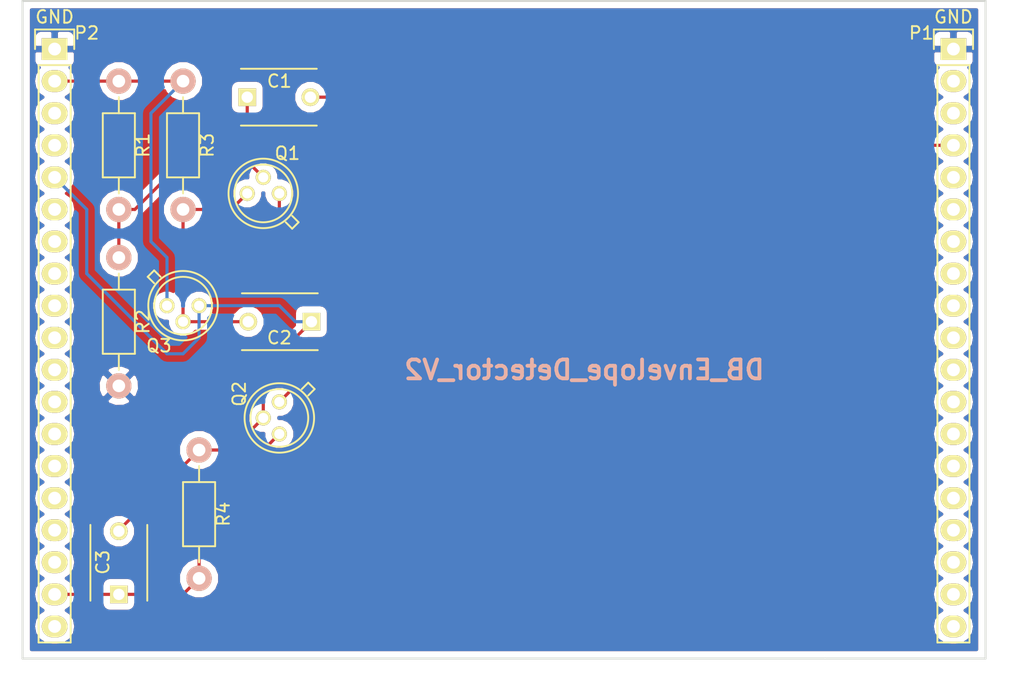
<source format=kicad_pcb>
(kicad_pcb (version 4) (host pcbnew 4.0.3+e1-6302~38~ubuntu16.04.1-stable)

  (general
    (links 21)
    (no_connects 0)
    (area 56.561667 65.964999 137.748334 119.82)
    (thickness 1.6)
    (drawings 6)
    (tracks 44)
    (zones 0)
    (modules 12)
    (nets 41)
  )

  (page A4)
  (layers
    (0 F.Cu signal)
    (31 B.Cu signal)
    (32 B.Adhes user)
    (33 F.Adhes user)
    (34 B.Paste user)
    (35 F.Paste user)
    (36 B.SilkS user)
    (37 F.SilkS user)
    (38 B.Mask user)
    (39 F.Mask user)
    (40 Dwgs.User user)
    (41 Cmts.User user)
    (42 Eco1.User user)
    (43 Eco2.User user)
    (44 Edge.Cuts user)
    (45 Margin user)
    (46 B.CrtYd user)
    (47 F.CrtYd user)
    (48 B.Fab user)
    (49 F.Fab user)
  )

  (setup
    (last_trace_width 0.25)
    (trace_clearance 0.2)
    (zone_clearance 0.508)
    (zone_45_only no)
    (trace_min 0.2)
    (segment_width 0.2)
    (edge_width 0.15)
    (via_size 0.6)
    (via_drill 0.4)
    (via_min_size 0.4)
    (via_min_drill 0.3)
    (uvia_size 0.3)
    (uvia_drill 0.1)
    (uvias_allowed no)
    (uvia_min_size 0.2)
    (uvia_min_drill 0.1)
    (pcb_text_width 0.3)
    (pcb_text_size 1.5 1.5)
    (mod_edge_width 0.15)
    (mod_text_size 1 1)
    (mod_text_width 0.15)
    (pad_size 1.524 1.524)
    (pad_drill 0.762)
    (pad_to_mask_clearance 0.2)
    (aux_axis_origin 0 0)
    (visible_elements 7FFFFFFF)
    (pcbplotparams
      (layerselection 0x000f0_80000001)
      (usegerberextensions false)
      (excludeedgelayer true)
      (linewidth 0.100000)
      (plotframeref false)
      (viasonmask false)
      (mode 1)
      (useauxorigin false)
      (hpglpennumber 1)
      (hpglpenspeed 20)
      (hpglpendiameter 15)
      (hpglpenoverlay 2)
      (psnegative false)
      (psa4output false)
      (plotreference true)
      (plotvalue true)
      (plotinvisibletext false)
      (padsonsilk false)
      (subtractmaskfromsilk false)
      (outputformat 1)
      (mirror false)
      (drillshape 0)
      (scaleselection 1)
      (outputdirectory gerber/))
  )

  (net 0 "")
  (net 1 "Net-(C1-Pad1)")
  (net 2 "Net-(C1-Pad2)")
  (net 3 "Net-(C2-Pad1)")
  (net 4 "Net-(C2-Pad2)")
  (net 5 "Net-(C3-Pad1)")
  (net 6 GND)
  (net 7 "Net-(P1-Pad2)")
  (net 8 "Net-(P1-Pad3)")
  (net 9 "Net-(P1-Pad5)")
  (net 10 "Net-(P1-Pad6)")
  (net 11 "Net-(P1-Pad7)")
  (net 12 "Net-(P1-Pad8)")
  (net 13 "Net-(P1-Pad9)")
  (net 14 "Net-(P1-Pad10)")
  (net 15 "Net-(P1-Pad11)")
  (net 16 "Net-(P1-Pad12)")
  (net 17 "Net-(P1-Pad13)")
  (net 18 "Net-(P1-Pad14)")
  (net 19 "Net-(P1-Pad15)")
  (net 20 "Net-(P1-Pad16)")
  (net 21 "Net-(P1-Pad17)")
  (net 22 "Net-(P1-Pad18)")
  (net 23 "Net-(P1-Pad19)")
  (net 24 "Net-(P2-Pad2)")
  (net 25 "Net-(P2-Pad3)")
  (net 26 "Net-(P2-Pad4)")
  (net 27 "Net-(P2-Pad6)")
  (net 28 "Net-(P2-Pad7)")
  (net 29 "Net-(P2-Pad8)")
  (net 30 "Net-(P2-Pad9)")
  (net 31 "Net-(P2-Pad10)")
  (net 32 "Net-(P2-Pad11)")
  (net 33 "Net-(P2-Pad12)")
  (net 34 "Net-(P2-Pad13)")
  (net 35 "Net-(P2-Pad14)")
  (net 36 "Net-(P2-Pad15)")
  (net 37 "Net-(P2-Pad16)")
  (net 38 "Net-(P2-Pad17)")
  (net 39 "Net-(P2-Pad19)")
  (net 40 "Net-(Q1-Pad1)")

  (net_class Default "This is the default net class."
    (clearance 0.2)
    (trace_width 0.25)
    (via_dia 0.6)
    (via_drill 0.4)
    (uvia_dia 0.3)
    (uvia_drill 0.1)
    (add_net GND)
    (add_net "Net-(C1-Pad1)")
    (add_net "Net-(C1-Pad2)")
    (add_net "Net-(C2-Pad1)")
    (add_net "Net-(C2-Pad2)")
    (add_net "Net-(C3-Pad1)")
    (add_net "Net-(P1-Pad10)")
    (add_net "Net-(P1-Pad11)")
    (add_net "Net-(P1-Pad12)")
    (add_net "Net-(P1-Pad13)")
    (add_net "Net-(P1-Pad14)")
    (add_net "Net-(P1-Pad15)")
    (add_net "Net-(P1-Pad16)")
    (add_net "Net-(P1-Pad17)")
    (add_net "Net-(P1-Pad18)")
    (add_net "Net-(P1-Pad19)")
    (add_net "Net-(P1-Pad2)")
    (add_net "Net-(P1-Pad3)")
    (add_net "Net-(P1-Pad5)")
    (add_net "Net-(P1-Pad6)")
    (add_net "Net-(P1-Pad7)")
    (add_net "Net-(P1-Pad8)")
    (add_net "Net-(P1-Pad9)")
    (add_net "Net-(P2-Pad10)")
    (add_net "Net-(P2-Pad11)")
    (add_net "Net-(P2-Pad12)")
    (add_net "Net-(P2-Pad13)")
    (add_net "Net-(P2-Pad14)")
    (add_net "Net-(P2-Pad15)")
    (add_net "Net-(P2-Pad16)")
    (add_net "Net-(P2-Pad17)")
    (add_net "Net-(P2-Pad19)")
    (add_net "Net-(P2-Pad2)")
    (add_net "Net-(P2-Pad3)")
    (add_net "Net-(P2-Pad4)")
    (add_net "Net-(P2-Pad6)")
    (add_net "Net-(P2-Pad7)")
    (add_net "Net-(P2-Pad8)")
    (add_net "Net-(P2-Pad9)")
    (add_net "Net-(Q1-Pad1)")
  )

  (module Capacitors_ThroughHole:C_Disc_D6_P5 placed (layer F.Cu) (tedit 57B46164) (tstamp 57AC84CE)
    (at 66.04 113.03 90)
    (descr "Capacitor 6mm Disc, Pitch 5mm")
    (tags Capacitor)
    (path /576C0CD3)
    (fp_text reference C3 (at 2.54 -1.27 90) (layer F.SilkS)
      (effects (font (size 1 1) (thickness 0.15)))
    )
    (fp_text value 33nF (at 2.54 1.27 90) (layer F.Fab)
      (effects (font (size 1 1) (thickness 0.15)))
    )
    (fp_line (start -0.95 -2.5) (end 5.95 -2.5) (layer F.CrtYd) (width 0.05))
    (fp_line (start 5.95 -2.5) (end 5.95 2.5) (layer F.CrtYd) (width 0.05))
    (fp_line (start 5.95 2.5) (end -0.95 2.5) (layer F.CrtYd) (width 0.05))
    (fp_line (start -0.95 2.5) (end -0.95 -2.5) (layer F.CrtYd) (width 0.05))
    (fp_line (start -0.5 -2.25) (end 5.5 -2.25) (layer F.SilkS) (width 0.15))
    (fp_line (start 5.5 2.25) (end -0.5 2.25) (layer F.SilkS) (width 0.15))
    (pad 1 thru_hole rect (at 0 0 90) (size 1.4 1.4) (drill 0.9) (layers *.Cu *.Mask F.SilkS)
      (net 5 "Net-(C3-Pad1)"))
    (pad 2 thru_hole circle (at 5 0 90) (size 1.4 1.4) (drill 0.9) (layers *.Cu *.Mask F.SilkS)
      (net 3 "Net-(C2-Pad1)"))
    (model Capacitors_ThroughHole.3dshapes/C_Disc_D6_P5.wrl
      (at (xyz 0.0984252 0 0))
      (scale (xyz 1 1 1))
      (rotate (xyz 0 0 0))
    )
  )

  (module Resistors_ThroughHole:Resistor_Horizontal_RM10mm (layer F.Cu) (tedit 57B46152) (tstamp 57AC8514)
    (at 72.39 101.6 270)
    (descr "Resistor, Axial,  RM 10mm, 1/3W")
    (tags "Resistor Axial RM 10mm 1/3W")
    (path /576C04FC)
    (fp_text reference R4 (at 5.08 -1.905 270) (layer F.SilkS)
      (effects (font (size 1 1) (thickness 0.15)))
    )
    (fp_text value 330 (at 5.08 1.905 270) (layer F.Fab)
      (effects (font (size 1 1) (thickness 0.15)))
    )
    (fp_line (start -1.25 -1.5) (end 11.4 -1.5) (layer F.CrtYd) (width 0.05))
    (fp_line (start -1.25 1.5) (end -1.25 -1.5) (layer F.CrtYd) (width 0.05))
    (fp_line (start 11.4 -1.5) (end 11.4 1.5) (layer F.CrtYd) (width 0.05))
    (fp_line (start -1.25 1.5) (end 11.4 1.5) (layer F.CrtYd) (width 0.05))
    (fp_line (start 2.54 -1.27) (end 7.62 -1.27) (layer F.SilkS) (width 0.15))
    (fp_line (start 7.62 -1.27) (end 7.62 1.27) (layer F.SilkS) (width 0.15))
    (fp_line (start 7.62 1.27) (end 2.54 1.27) (layer F.SilkS) (width 0.15))
    (fp_line (start 2.54 1.27) (end 2.54 -1.27) (layer F.SilkS) (width 0.15))
    (fp_line (start 2.54 0) (end 1.27 0) (layer F.SilkS) (width 0.15))
    (fp_line (start 7.62 0) (end 8.89 0) (layer F.SilkS) (width 0.15))
    (pad 1 thru_hole circle (at 0 0 270) (size 1.99898 1.99898) (drill 1.00076) (layers *.Cu *.SilkS *.Mask)
      (net 3 "Net-(C2-Pad1)"))
    (pad 2 thru_hole circle (at 10.16 0 270) (size 1.99898 1.99898) (drill 1.00076) (layers *.Cu *.SilkS *.Mask)
      (net 5 "Net-(C3-Pad1)"))
    (model Resistors_ThroughHole.3dshapes/Resistor_Horizontal_RM10mm.wrl
      (at (xyz 0.2 0 0))
      (scale (xyz 0.4 0.4 0.4))
      (rotate (xyz 0 0 0))
    )
  )

  (module TO_SOT_Packages_THT:TO-18_3Pin (layer F.Cu) (tedit 57B46141) (tstamp 57B43EE9)
    (at 78.74 99.06 90)
    (descr "TO-18, 3Pin,")
    (tags "TO-18, 3Pin,")
    (path /57B44946)
    (fp_text reference Q2 (at 1.905 -3.175 90) (layer F.SilkS)
      (effects (font (size 1 1) (thickness 0.15)))
    )
    (fp_text value 2N2907 (at 0 3.81 90) (layer F.Fab)
      (effects (font (size 1 1) (thickness 0.15)))
    )
    (fp_line (start 2.794 2.286) (end 2.286 1.778) (layer F.SilkS) (width 0.15))
    (fp_line (start 1.778 2.286) (end 2.286 2.794) (layer F.SilkS) (width 0.15))
    (fp_line (start 2.286 2.794) (end 2.794 2.286) (layer F.SilkS) (width 0.15))
    (fp_circle (center 0 0) (end 2.286 0) (layer F.SilkS) (width 0.15))
    (fp_circle (center 0 0) (end 2.75 0) (layer F.SilkS) (width 0.15))
    (pad 1 thru_hole circle (at 1.27 0 90) (size 1.2 1.2) (drill 0.8) (layers *.Cu *.Mask F.SilkS)
      (net 40 "Net-(Q1-Pad1)"))
    (pad 2 thru_hole circle (at 0 -1.27 90) (size 1.2 1.2) (drill 0.8) (layers *.Cu *.Mask F.SilkS)
      (net 3 "Net-(C2-Pad1)"))
    (pad 3 thru_hole circle (at -1.27 0 90) (size 1.2 1.2) (drill 0.8) (layers *.Cu *.Mask F.SilkS)
      (net 5 "Net-(C3-Pad1)"))
    (model TO_SOT_Packages_THT.3dshapes/TO-18_3Pin.wrl
      (at (xyz 0 0 0))
      (scale (xyz 0.3937 0.3937 0.3937))
      (rotate (xyz 0 0 0))
    )
  )

  (module TO_SOT_Packages_THT:TO-18_3Pin (layer F.Cu) (tedit 57B4612F) (tstamp 57B43EF0)
    (at 71.12 90.17 180)
    (descr "TO-18, 3Pin,")
    (tags "TO-18, 3Pin,")
    (path /57B44A85)
    (fp_text reference Q3 (at 1.905 -3.175 180) (layer F.SilkS)
      (effects (font (size 1 1) (thickness 0.15)))
    )
    (fp_text value 2N2907 (at 0 3.81 180) (layer F.Fab)
      (effects (font (size 1 1) (thickness 0.15)))
    )
    (fp_line (start 2.794 2.286) (end 2.286 1.778) (layer F.SilkS) (width 0.15))
    (fp_line (start 1.778 2.286) (end 2.286 2.794) (layer F.SilkS) (width 0.15))
    (fp_line (start 2.286 2.794) (end 2.794 2.286) (layer F.SilkS) (width 0.15))
    (fp_circle (center 0 0) (end 2.286 0) (layer F.SilkS) (width 0.15))
    (fp_circle (center 0 0) (end 2.75 0) (layer F.SilkS) (width 0.15))
    (pad 1 thru_hole circle (at 1.27 0 180) (size 1.2 1.2) (drill 0.8) (layers *.Cu *.Mask F.SilkS)
      (net 24 "Net-(P2-Pad2)"))
    (pad 2 thru_hole circle (at 0 -1.27 180) (size 1.2 1.2) (drill 0.8) (layers *.Cu *.Mask F.SilkS)
      (net 4 "Net-(C2-Pad2)"))
    (pad 3 thru_hole circle (at -1.27 0 180) (size 1.2 1.2) (drill 0.8) (layers *.Cu *.Mask F.SilkS)
      (net 3 "Net-(C2-Pad1)"))
    (model TO_SOT_Packages_THT.3dshapes/TO-18_3Pin.wrl
      (at (xyz 0 0 0))
      (scale (xyz 0.3937 0.3937 0.3937))
      (rotate (xyz 0 0 0))
    )
  )

  (module Capacitors_ThroughHole:C_Disc_D6_P5 placed (layer F.Cu) (tedit 57B46122) (tstamp 57AC84C8)
    (at 81.28 91.44 180)
    (descr "Capacitor 6mm Disc, Pitch 5mm")
    (tags Capacitor)
    (path /576C09D3)
    (fp_text reference C2 (at 2.54 -1.27 180) (layer F.SilkS)
      (effects (font (size 1 1) (thickness 0.15)))
    )
    (fp_text value 1nF (at 2.54 1.27 180) (layer F.Fab)
      (effects (font (size 1 1) (thickness 0.15)))
    )
    (fp_line (start -0.95 -2.5) (end 5.95 -2.5) (layer F.CrtYd) (width 0.05))
    (fp_line (start 5.95 -2.5) (end 5.95 2.5) (layer F.CrtYd) (width 0.05))
    (fp_line (start 5.95 2.5) (end -0.95 2.5) (layer F.CrtYd) (width 0.05))
    (fp_line (start -0.95 2.5) (end -0.95 -2.5) (layer F.CrtYd) (width 0.05))
    (fp_line (start -0.5 -2.25) (end 5.5 -2.25) (layer F.SilkS) (width 0.15))
    (fp_line (start 5.5 2.25) (end -0.5 2.25) (layer F.SilkS) (width 0.15))
    (pad 1 thru_hole rect (at 0 0 180) (size 1.4 1.4) (drill 0.9) (layers *.Cu *.Mask F.SilkS)
      (net 3 "Net-(C2-Pad1)"))
    (pad 2 thru_hole circle (at 5 0 180) (size 1.4 1.4) (drill 0.9) (layers *.Cu *.Mask F.SilkS)
      (net 4 "Net-(C2-Pad2)"))
    (model Capacitors_ThroughHole.3dshapes/C_Disc_D6_P5.wrl
      (at (xyz 0.0984252 0 0))
      (scale (xyz 1 1 1))
      (rotate (xyz 0 0 0))
    )
  )

  (module TO_SOT_Packages_THT:TO-18_3Pin (layer F.Cu) (tedit 57B46107) (tstamp 57B43EE2)
    (at 77.47 81.28)
    (descr "TO-18, 3Pin,")
    (tags "TO-18, 3Pin,")
    (path /57B448C8)
    (fp_text reference Q1 (at 1.905 -3.175) (layer F.SilkS)
      (effects (font (size 1 1) (thickness 0.15)))
    )
    (fp_text value 2N2222 (at 0 3.81) (layer F.Fab)
      (effects (font (size 1 1) (thickness 0.15)))
    )
    (fp_line (start 2.794 2.286) (end 2.286 1.778) (layer F.SilkS) (width 0.15))
    (fp_line (start 1.778 2.286) (end 2.286 2.794) (layer F.SilkS) (width 0.15))
    (fp_line (start 2.286 2.794) (end 2.794 2.286) (layer F.SilkS) (width 0.15))
    (fp_circle (center 0 0) (end 2.286 0) (layer F.SilkS) (width 0.15))
    (fp_circle (center 0 0) (end 2.75 0) (layer F.SilkS) (width 0.15))
    (pad 1 thru_hole circle (at 1.27 0) (size 1.2 1.2) (drill 0.8) (layers *.Cu *.Mask F.SilkS)
      (net 40 "Net-(Q1-Pad1)"))
    (pad 2 thru_hole circle (at 0 -1.27) (size 1.2 1.2) (drill 0.8) (layers *.Cu *.Mask F.SilkS)
      (net 1 "Net-(C1-Pad1)"))
    (pad 3 thru_hole circle (at -1.27 0) (size 1.2 1.2) (drill 0.8) (layers *.Cu *.Mask F.SilkS)
      (net 4 "Net-(C2-Pad2)"))
    (model TO_SOT_Packages_THT.3dshapes/TO-18_3Pin.wrl
      (at (xyz 0 0 0))
      (scale (xyz 0.3937 0.3937 0.3937))
      (rotate (xyz 0 0 0))
    )
  )

  (module Resistors_ThroughHole:Resistor_Horizontal_RM10mm (layer F.Cu) (tedit 57B460E6) (tstamp 57AC8508)
    (at 66.04 86.36 270)
    (descr "Resistor, Axial,  RM 10mm, 1/3W")
    (tags "Resistor Axial RM 10mm 1/3W")
    (path /576BE218)
    (fp_text reference R2 (at 5.08 -1.905 270) (layer F.SilkS)
      (effects (font (size 1 1) (thickness 0.15)))
    )
    (fp_text value 1000 (at 5.08 1.905 270) (layer F.Fab)
      (effects (font (size 1 1) (thickness 0.15)))
    )
    (fp_line (start -1.25 -1.5) (end 11.4 -1.5) (layer F.CrtYd) (width 0.05))
    (fp_line (start -1.25 1.5) (end -1.25 -1.5) (layer F.CrtYd) (width 0.05))
    (fp_line (start 11.4 -1.5) (end 11.4 1.5) (layer F.CrtYd) (width 0.05))
    (fp_line (start -1.25 1.5) (end 11.4 1.5) (layer F.CrtYd) (width 0.05))
    (fp_line (start 2.54 -1.27) (end 7.62 -1.27) (layer F.SilkS) (width 0.15))
    (fp_line (start 7.62 -1.27) (end 7.62 1.27) (layer F.SilkS) (width 0.15))
    (fp_line (start 7.62 1.27) (end 2.54 1.27) (layer F.SilkS) (width 0.15))
    (fp_line (start 2.54 1.27) (end 2.54 -1.27) (layer F.SilkS) (width 0.15))
    (fp_line (start 2.54 0) (end 1.27 0) (layer F.SilkS) (width 0.15))
    (fp_line (start 7.62 0) (end 8.89 0) (layer F.SilkS) (width 0.15))
    (pad 1 thru_hole circle (at 0 0 270) (size 1.99898 1.99898) (drill 1.00076) (layers *.Cu *.SilkS *.Mask)
      (net 1 "Net-(C1-Pad1)"))
    (pad 2 thru_hole circle (at 10.16 0 270) (size 1.99898 1.99898) (drill 1.00076) (layers *.Cu *.SilkS *.Mask)
      (net 6 GND))
    (model Resistors_ThroughHole.3dshapes/Resistor_Horizontal_RM10mm.wrl
      (at (xyz 0.2 0 0))
      (scale (xyz 0.4 0.4 0.4))
      (rotate (xyz 0 0 0))
    )
  )

  (module Capacitors_ThroughHole:C_Disc_D6_P5 placed (layer F.Cu) (tedit 57B460D4) (tstamp 57AC84C2)
    (at 76.2 73.66)
    (descr "Capacitor 6mm Disc, Pitch 5mm")
    (tags Capacitor)
    (path /576BDEE5)
    (fp_text reference C1 (at 2.54 -1.27) (layer F.SilkS)
      (effects (font (size 1 1) (thickness 0.15)))
    )
    (fp_text value 10nF (at 2.54 1.27) (layer F.Fab)
      (effects (font (size 1 1) (thickness 0.15)))
    )
    (fp_line (start -0.95 -2.5) (end 5.95 -2.5) (layer F.CrtYd) (width 0.05))
    (fp_line (start 5.95 -2.5) (end 5.95 2.5) (layer F.CrtYd) (width 0.05))
    (fp_line (start 5.95 2.5) (end -0.95 2.5) (layer F.CrtYd) (width 0.05))
    (fp_line (start -0.95 2.5) (end -0.95 -2.5) (layer F.CrtYd) (width 0.05))
    (fp_line (start -0.5 -2.25) (end 5.5 -2.25) (layer F.SilkS) (width 0.15))
    (fp_line (start 5.5 2.25) (end -0.5 2.25) (layer F.SilkS) (width 0.15))
    (pad 1 thru_hole rect (at 0 0) (size 1.4 1.4) (drill 0.9) (layers *.Cu *.Mask F.SilkS)
      (net 1 "Net-(C1-Pad1)"))
    (pad 2 thru_hole circle (at 5 0) (size 1.4 1.4) (drill 0.9) (layers *.Cu *.Mask F.SilkS)
      (net 2 "Net-(C1-Pad2)"))
    (model Capacitors_ThroughHole.3dshapes/C_Disc_D6_P5.wrl
      (at (xyz 0.0984252 0 0))
      (scale (xyz 1 1 1))
      (rotate (xyz 0 0 0))
    )
  )

  (module Resistors_ThroughHole:Resistor_Horizontal_RM10mm (layer F.Cu) (tedit 57B460BF) (tstamp 57AC8502)
    (at 66.04 72.39 270)
    (descr "Resistor, Axial,  RM 10mm, 1/3W")
    (tags "Resistor Axial RM 10mm 1/3W")
    (path /576BD976)
    (fp_text reference R1 (at 5.08 -1.905 270) (layer F.SilkS)
      (effects (font (size 1 1) (thickness 0.15)))
    )
    (fp_text value 2800 (at 5.08 1.905 270) (layer F.Fab)
      (effects (font (size 1 1) (thickness 0.15)))
    )
    (fp_line (start -1.25 -1.5) (end 11.4 -1.5) (layer F.CrtYd) (width 0.05))
    (fp_line (start -1.25 1.5) (end -1.25 -1.5) (layer F.CrtYd) (width 0.05))
    (fp_line (start 11.4 -1.5) (end 11.4 1.5) (layer F.CrtYd) (width 0.05))
    (fp_line (start -1.25 1.5) (end 11.4 1.5) (layer F.CrtYd) (width 0.05))
    (fp_line (start 2.54 -1.27) (end 7.62 -1.27) (layer F.SilkS) (width 0.15))
    (fp_line (start 7.62 -1.27) (end 7.62 1.27) (layer F.SilkS) (width 0.15))
    (fp_line (start 7.62 1.27) (end 2.54 1.27) (layer F.SilkS) (width 0.15))
    (fp_line (start 2.54 1.27) (end 2.54 -1.27) (layer F.SilkS) (width 0.15))
    (fp_line (start 2.54 0) (end 1.27 0) (layer F.SilkS) (width 0.15))
    (fp_line (start 7.62 0) (end 8.89 0) (layer F.SilkS) (width 0.15))
    (pad 1 thru_hole circle (at 0 0 270) (size 1.99898 1.99898) (drill 1.00076) (layers *.Cu *.SilkS *.Mask)
      (net 24 "Net-(P2-Pad2)"))
    (pad 2 thru_hole circle (at 10.16 0 270) (size 1.99898 1.99898) (drill 1.00076) (layers *.Cu *.SilkS *.Mask)
      (net 1 "Net-(C1-Pad1)"))
    (model Resistors_ThroughHole.3dshapes/Resistor_Horizontal_RM10mm.wrl
      (at (xyz 0.2 0 0))
      (scale (xyz 0.4 0.4 0.4))
      (rotate (xyz 0 0 0))
    )
  )

  (module Resistors_ThroughHole:Resistor_Horizontal_RM10mm (layer F.Cu) (tedit 57B460B0) (tstamp 57AC850E)
    (at 71.12 72.39 270)
    (descr "Resistor, Axial,  RM 10mm, 1/3W")
    (tags "Resistor Axial RM 10mm 1/3W")
    (path /576BE62A)
    (fp_text reference R3 (at 5.08 -1.905 270) (layer F.SilkS)
      (effects (font (size 1 1) (thickness 0.15)))
    )
    (fp_text value 330 (at 5.08 1.905 270) (layer F.Fab)
      (effects (font (size 1 1) (thickness 0.15)))
    )
    (fp_line (start -1.25 -1.5) (end 11.4 -1.5) (layer F.CrtYd) (width 0.05))
    (fp_line (start -1.25 1.5) (end -1.25 -1.5) (layer F.CrtYd) (width 0.05))
    (fp_line (start 11.4 -1.5) (end 11.4 1.5) (layer F.CrtYd) (width 0.05))
    (fp_line (start -1.25 1.5) (end 11.4 1.5) (layer F.CrtYd) (width 0.05))
    (fp_line (start 2.54 -1.27) (end 7.62 -1.27) (layer F.SilkS) (width 0.15))
    (fp_line (start 7.62 -1.27) (end 7.62 1.27) (layer F.SilkS) (width 0.15))
    (fp_line (start 7.62 1.27) (end 2.54 1.27) (layer F.SilkS) (width 0.15))
    (fp_line (start 2.54 1.27) (end 2.54 -1.27) (layer F.SilkS) (width 0.15))
    (fp_line (start 2.54 0) (end 1.27 0) (layer F.SilkS) (width 0.15))
    (fp_line (start 7.62 0) (end 8.89 0) (layer F.SilkS) (width 0.15))
    (pad 1 thru_hole circle (at 0 0 270) (size 1.99898 1.99898) (drill 1.00076) (layers *.Cu *.SilkS *.Mask)
      (net 24 "Net-(P2-Pad2)"))
    (pad 2 thru_hole circle (at 10.16 0 270) (size 1.99898 1.99898) (drill 1.00076) (layers *.Cu *.SilkS *.Mask)
      (net 4 "Net-(C2-Pad2)"))
    (model Resistors_ThroughHole.3dshapes/Resistor_Horizontal_RM10mm.wrl
      (at (xyz 0.2 0 0))
      (scale (xyz 0.4 0.4 0.4))
      (rotate (xyz 0 0 0))
    )
  )

  (module Echopen:Header_1x19 (layer F.Cu) (tedit 57BB3494) (tstamp 57AC84FC)
    (at 60.96 92.71)
    (descr "Through hole socket strip")
    (tags "socket strip")
    (path /57A85C38)
    (fp_text reference P2 (at 2.54 -24.13) (layer F.SilkS)
      (effects (font (size 1 1) (thickness 0.15)))
    )
    (fp_text value CONN_01X19 (at 0.635 26.035) (layer F.Fab)
      (effects (font (size 1 1) (thickness 0.15)))
    )
    (fp_text user GND (at 0 -25.4) (layer F.SilkS)
      (effects (font (size 1 1) (thickness 0.15)))
    )
    (fp_line (start 1.75 -24.61) (end -1.75 -24.61) (layer F.CrtYd) (width 0.05))
    (fp_line (start 1.75 24.64) (end -1.75 24.64) (layer F.CrtYd) (width 0.05))
    (fp_line (start 1.75 -24.61) (end 1.75 24.64) (layer F.CrtYd) (width 0.05))
    (fp_line (start -1.75 -24.61) (end -1.75 24.64) (layer F.CrtYd) (width 0.05))
    (fp_line (start -1.27 -21.59) (end -1.27 24.13) (layer F.SilkS) (width 0.15))
    (fp_line (start -1.27 24.13) (end 1.27 24.13) (layer F.SilkS) (width 0.15))
    (fp_line (start 1.27 24.13) (end 1.27 -21.59) (layer F.SilkS) (width 0.15))
    (fp_line (start -1.55 -24.41) (end -1.55 -22.86) (layer F.SilkS) (width 0.15))
    (fp_line (start -1.27 -21.59) (end 1.27 -21.59) (layer F.SilkS) (width 0.15))
    (fp_line (start 1.55 -22.86) (end 1.55 -24.41) (layer F.SilkS) (width 0.15))
    (fp_line (start 1.55 -24.41) (end -1.55 -24.41) (layer F.SilkS) (width 0.15))
    (pad 1 thru_hole rect (at 0 -22.86 270) (size 1.7272 2.032) (drill 1.016) (layers *.Cu *.Mask F.SilkS)
      (net 6 GND))
    (pad 2 thru_hole oval (at 0 -20.32 270) (size 1.7272 2.032) (drill 1.016) (layers *.Cu *.Mask F.SilkS)
      (net 24 "Net-(P2-Pad2)"))
    (pad 3 thru_hole oval (at 0 -17.78 270) (size 1.7272 2.032) (drill 1.016) (layers *.Cu *.Mask F.SilkS)
      (net 25 "Net-(P2-Pad3)"))
    (pad 4 thru_hole oval (at 0 -15.24 270) (size 1.7272 2.032) (drill 1.016) (layers *.Cu *.Mask F.SilkS)
      (net 26 "Net-(P2-Pad4)"))
    (pad 5 thru_hole oval (at 0 -12.7 270) (size 1.7272 2.032) (drill 1.016) (layers *.Cu *.Mask F.SilkS)
      (net 3 "Net-(C2-Pad1)"))
    (pad 6 thru_hole oval (at 0 -10.16 270) (size 1.7272 2.032) (drill 1.016) (layers *.Cu *.Mask F.SilkS)
      (net 27 "Net-(P2-Pad6)"))
    (pad 7 thru_hole oval (at 0 -7.62 270) (size 1.7272 2.032) (drill 1.016) (layers *.Cu *.Mask F.SilkS)
      (net 28 "Net-(P2-Pad7)"))
    (pad 8 thru_hole oval (at 0 -5.08 270) (size 1.7272 2.032) (drill 1.016) (layers *.Cu *.Mask F.SilkS)
      (net 29 "Net-(P2-Pad8)"))
    (pad 9 thru_hole oval (at 0 -2.54 270) (size 1.7272 2.032) (drill 1.016) (layers *.Cu *.Mask F.SilkS)
      (net 30 "Net-(P2-Pad9)"))
    (pad 10 thru_hole oval (at 0 0 270) (size 1.7272 2.032) (drill 1.016) (layers *.Cu *.Mask F.SilkS)
      (net 31 "Net-(P2-Pad10)"))
    (pad 11 thru_hole oval (at 0 2.54 270) (size 1.7272 2.032) (drill 1.016) (layers *.Cu *.Mask F.SilkS)
      (net 32 "Net-(P2-Pad11)"))
    (pad 12 thru_hole oval (at 0 5.08 270) (size 1.7272 2.032) (drill 1.016) (layers *.Cu *.Mask F.SilkS)
      (net 33 "Net-(P2-Pad12)"))
    (pad 13 thru_hole oval (at 0 7.62 270) (size 1.7272 2.032) (drill 1.016) (layers *.Cu *.Mask F.SilkS)
      (net 34 "Net-(P2-Pad13)"))
    (pad 14 thru_hole oval (at 0 10.16 270) (size 1.7272 2.032) (drill 1.016) (layers *.Cu *.Mask F.SilkS)
      (net 35 "Net-(P2-Pad14)"))
    (pad 15 thru_hole oval (at 0 12.7 270) (size 1.7272 2.032) (drill 1.016) (layers *.Cu *.Mask F.SilkS)
      (net 36 "Net-(P2-Pad15)"))
    (pad 16 thru_hole oval (at 0 15.24 270) (size 1.7272 2.032) (drill 1.016) (layers *.Cu *.Mask F.SilkS)
      (net 37 "Net-(P2-Pad16)"))
    (pad 17 thru_hole oval (at 0 17.78 270) (size 1.7272 2.032) (drill 1.016) (layers *.Cu *.Mask F.SilkS)
      (net 38 "Net-(P2-Pad17)"))
    (pad 18 thru_hole oval (at 0 20.32 270) (size 1.7272 2.032) (drill 1.016) (layers *.Cu *.Mask F.SilkS)
      (net 5 "Net-(C3-Pad1)"))
    (pad 19 thru_hole oval (at 0 22.86 270) (size 1.7272 2.032) (drill 1.016) (layers *.Cu *.Mask F.SilkS)
      (net 39 "Net-(P2-Pad19)"))
    (model Socket_Strips.3dshapes/Socket_Strip_Straight_1x19.wrl
      (at (xyz 0 0 0))
      (scale (xyz 1 1 1))
      (rotate (xyz 0 0 90))
    )
  )

  (module Echopen:Header_1x19 (layer F.Cu) (tedit 57BB3489) (tstamp 57AC84E5)
    (at 132.08 92.71)
    (descr "Through hole socket strip")
    (tags "socket strip")
    (path /57A85BF9)
    (fp_text reference P1 (at -2.54 -24.13) (layer F.SilkS)
      (effects (font (size 1 1) (thickness 0.15)))
    )
    (fp_text value CONN_01X19 (at 0.635 26.035) (layer F.Fab)
      (effects (font (size 1 1) (thickness 0.15)))
    )
    (fp_text user GND (at 0 -25.4) (layer F.SilkS)
      (effects (font (size 1 1) (thickness 0.15)))
    )
    (fp_line (start 1.75 -24.61) (end -1.75 -24.61) (layer F.CrtYd) (width 0.05))
    (fp_line (start 1.75 24.64) (end -1.75 24.64) (layer F.CrtYd) (width 0.05))
    (fp_line (start 1.75 -24.61) (end 1.75 24.64) (layer F.CrtYd) (width 0.05))
    (fp_line (start -1.75 -24.61) (end -1.75 24.64) (layer F.CrtYd) (width 0.05))
    (fp_line (start -1.27 -21.59) (end -1.27 24.13) (layer F.SilkS) (width 0.15))
    (fp_line (start -1.27 24.13) (end 1.27 24.13) (layer F.SilkS) (width 0.15))
    (fp_line (start 1.27 24.13) (end 1.27 -21.59) (layer F.SilkS) (width 0.15))
    (fp_line (start -1.55 -24.41) (end -1.55 -22.86) (layer F.SilkS) (width 0.15))
    (fp_line (start -1.27 -21.59) (end 1.27 -21.59) (layer F.SilkS) (width 0.15))
    (fp_line (start 1.55 -22.86) (end 1.55 -24.41) (layer F.SilkS) (width 0.15))
    (fp_line (start 1.55 -24.41) (end -1.55 -24.41) (layer F.SilkS) (width 0.15))
    (pad 1 thru_hole rect (at 0 -22.86 270) (size 1.7272 2.032) (drill 1.016) (layers *.Cu *.Mask F.SilkS)
      (net 6 GND))
    (pad 2 thru_hole oval (at 0 -20.32 270) (size 1.7272 2.032) (drill 1.016) (layers *.Cu *.Mask F.SilkS)
      (net 7 "Net-(P1-Pad2)"))
    (pad 3 thru_hole oval (at 0 -17.78 270) (size 1.7272 2.032) (drill 1.016) (layers *.Cu *.Mask F.SilkS)
      (net 8 "Net-(P1-Pad3)"))
    (pad 4 thru_hole oval (at 0 -15.24 270) (size 1.7272 2.032) (drill 1.016) (layers *.Cu *.Mask F.SilkS)
      (net 2 "Net-(C1-Pad2)"))
    (pad 5 thru_hole oval (at 0 -12.7 270) (size 1.7272 2.032) (drill 1.016) (layers *.Cu *.Mask F.SilkS)
      (net 9 "Net-(P1-Pad5)"))
    (pad 6 thru_hole oval (at 0 -10.16 270) (size 1.7272 2.032) (drill 1.016) (layers *.Cu *.Mask F.SilkS)
      (net 10 "Net-(P1-Pad6)"))
    (pad 7 thru_hole oval (at 0 -7.62 270) (size 1.7272 2.032) (drill 1.016) (layers *.Cu *.Mask F.SilkS)
      (net 11 "Net-(P1-Pad7)"))
    (pad 8 thru_hole oval (at 0 -5.08 270) (size 1.7272 2.032) (drill 1.016) (layers *.Cu *.Mask F.SilkS)
      (net 12 "Net-(P1-Pad8)"))
    (pad 9 thru_hole oval (at 0 -2.54 270) (size 1.7272 2.032) (drill 1.016) (layers *.Cu *.Mask F.SilkS)
      (net 13 "Net-(P1-Pad9)"))
    (pad 10 thru_hole oval (at 0 0 270) (size 1.7272 2.032) (drill 1.016) (layers *.Cu *.Mask F.SilkS)
      (net 14 "Net-(P1-Pad10)"))
    (pad 11 thru_hole oval (at 0 2.54 270) (size 1.7272 2.032) (drill 1.016) (layers *.Cu *.Mask F.SilkS)
      (net 15 "Net-(P1-Pad11)"))
    (pad 12 thru_hole oval (at 0 5.08 270) (size 1.7272 2.032) (drill 1.016) (layers *.Cu *.Mask F.SilkS)
      (net 16 "Net-(P1-Pad12)"))
    (pad 13 thru_hole oval (at 0 7.62 270) (size 1.7272 2.032) (drill 1.016) (layers *.Cu *.Mask F.SilkS)
      (net 17 "Net-(P1-Pad13)"))
    (pad 14 thru_hole oval (at 0 10.16 270) (size 1.7272 2.032) (drill 1.016) (layers *.Cu *.Mask F.SilkS)
      (net 18 "Net-(P1-Pad14)"))
    (pad 15 thru_hole oval (at 0 12.7 270) (size 1.7272 2.032) (drill 1.016) (layers *.Cu *.Mask F.SilkS)
      (net 19 "Net-(P1-Pad15)"))
    (pad 16 thru_hole oval (at 0 15.24 270) (size 1.7272 2.032) (drill 1.016) (layers *.Cu *.Mask F.SilkS)
      (net 20 "Net-(P1-Pad16)"))
    (pad 17 thru_hole oval (at 0 17.78 270) (size 1.7272 2.032) (drill 1.016) (layers *.Cu *.Mask F.SilkS)
      (net 21 "Net-(P1-Pad17)"))
    (pad 18 thru_hole oval (at 0 20.32 270) (size 1.7272 2.032) (drill 1.016) (layers *.Cu *.Mask F.SilkS)
      (net 22 "Net-(P1-Pad18)"))
    (pad 19 thru_hole oval (at 0 22.86 270) (size 1.7272 2.032) (drill 1.016) (layers *.Cu *.Mask F.SilkS)
      (net 23 "Net-(P1-Pad19)"))
    (model Socket_Strips.3dshapes/Socket_Strip_Straight_1x19.wrl
      (at (xyz 0 0 0))
      (scale (xyz 1 1 1))
      (rotate (xyz 0 0 90))
    )
  )

  (gr_text DB_Envelope_Detector_V2 (at 102.87 95.25) (layer B.SilkS)
    (effects (font (size 1.5 1.5) (thickness 0.3)) (justify mirror))
  )
  (gr_line (start 134.62 118.11) (end 121.92 118.11) (angle 90) (layer Edge.Cuts) (width 0.15))
  (gr_line (start 134.62 66.04) (end 134.62 118.11) (angle 90) (layer Edge.Cuts) (width 0.15))
  (gr_line (start 58.42 66.04) (end 134.62 66.04) (angle 90) (layer Edge.Cuts) (width 0.15))
  (gr_line (start 58.42 118.11) (end 121.92 118.11) (angle 90) (layer Edge.Cuts) (width 0.15))
  (gr_line (start 58.42 66.04) (end 58.42 118.11) (angle 90) (layer Edge.Cuts) (width 0.15))

  (segment (start 66.04 86.36) (end 66.04 82.55) (width 0.25) (layer F.Cu) (net 1) (status 30))
  (segment (start 66.04 82.55) (end 67.31 82.55) (width 0.25) (layer F.Cu) (net 1) (status 10))
  (segment (start 71.12 78.74) (end 76.2 78.74) (width 0.25) (layer F.Cu) (net 1) (tstamp 57B44095))
  (segment (start 67.31 82.55) (end 71.12 78.74) (width 0.25) (layer F.Cu) (net 1) (tstamp 57B44093))
  (segment (start 76.2 73.66) (end 76.2 78.74) (width 0.25) (layer F.Cu) (net 1) (status 10))
  (segment (start 76.2 78.74) (end 77.47 80.01) (width 0.25) (layer F.Cu) (net 1) (tstamp 57B4408B) (status 20))
  (segment (start 132.08 77.47) (end 119.38 77.47) (width 0.25) (layer F.Cu) (net 2))
  (segment (start 115.57 73.66) (end 119.38 77.47) (width 0.25) (layer F.Cu) (net 2) (tstamp 57BC6EA0))
  (segment (start 115.57 73.66) (end 81.2 73.66) (width 0.25) (layer F.Cu) (net 2))
  (segment (start 72.39 90.17) (end 72.39 92.71) (width 0.25) (layer B.Cu) (net 3))
  (segment (start 72.39 92.71) (end 71.12 93.98) (width 0.25) (layer B.Cu) (net 3) (tstamp 57BB3605))
  (segment (start 71.12 93.98) (end 69.85 93.98) (width 0.25) (layer B.Cu) (net 3) (tstamp 57BB3606))
  (segment (start 69.85 93.98) (end 64.77 88.9) (width 0.25) (layer B.Cu) (net 3) (tstamp 57BB3607))
  (segment (start 64.77 88.9) (end 63.5 87.63) (width 0.25) (layer B.Cu) (net 3) (tstamp 57BB3609))
  (segment (start 63.5 87.63) (end 63.5 82.55) (width 0.25) (layer B.Cu) (net 3) (tstamp 57BB360B))
  (segment (start 63.5 82.55) (end 60.96 80.01) (width 0.25) (layer B.Cu) (net 3) (tstamp 57BB360C))
  (segment (start 72.39 90.17) (end 78.74 90.17) (width 0.25) (layer B.Cu) (net 3) (status 10))
  (segment (start 80.01 91.44) (end 81.28 91.44) (width 0.25) (layer B.Cu) (net 3) (tstamp 57B44135) (status 20))
  (segment (start 78.74 90.17) (end 80.01 91.44) (width 0.25) (layer B.Cu) (net 3) (tstamp 57B44134))
  (segment (start 66.04 108.03) (end 66.04 107.95) (width 0.25) (layer F.Cu) (net 3) (status 30))
  (segment (start 66.04 107.95) (end 72.39 101.6) (width 0.25) (layer F.Cu) (net 3) (tstamp 57B44107) (status 30))
  (segment (start 72.39 101.6) (end 74.93 101.6) (width 0.25) (layer F.Cu) (net 3) (status 10))
  (segment (start 74.93 101.6) (end 77.47 99.06) (width 0.25) (layer F.Cu) (net 3) (tstamp 57B440FB) (status 20))
  (segment (start 77.47 99.06) (end 77.47 95.25) (width 0.25) (layer F.Cu) (net 3) (status 10))
  (segment (start 77.47 95.25) (end 81.28 91.44) (width 0.25) (layer F.Cu) (net 3) (tstamp 57B440F7) (status 20))
  (segment (start 71.12 91.44) (end 71.12 82.55) (width 0.25) (layer F.Cu) (net 4) (status 30))
  (segment (start 71.12 91.44) (end 76.28 91.44) (width 0.25) (layer F.Cu) (net 4) (status 30))
  (segment (start 71.12 82.55) (end 74.93 82.55) (width 0.25) (layer F.Cu) (net 4) (status 10))
  (segment (start 74.93 82.55) (end 76.2 81.28) (width 0.25) (layer F.Cu) (net 4) (tstamp 57B4408F) (status 20))
  (segment (start 60.96 113.03) (end 66.04 113.03) (width 0.25) (layer F.Cu) (net 5) (status 10))
  (segment (start 66.04 113.03) (end 71.12 113.03) (width 0.25) (layer F.Cu) (net 5) (status 10))
  (segment (start 71.12 113.03) (end 72.39 111.76) (width 0.25) (layer F.Cu) (net 5) (tstamp 57B44103) (status 20))
  (segment (start 72.39 111.76) (end 72.39 106.68) (width 0.25) (layer F.Cu) (net 5) (status 10))
  (segment (start 72.39 106.68) (end 78.74 100.33) (width 0.25) (layer F.Cu) (net 5) (tstamp 57B440FF) (status 20))
  (segment (start 60.96 72.39) (end 66.04 72.39) (width 0.25) (layer F.Cu) (net 24))
  (segment (start 69.85 90.17) (end 69.85 86.36) (width 0.25) (layer B.Cu) (net 24) (status 10))
  (segment (start 68.58 74.93) (end 71.12 72.39) (width 0.25) (layer B.Cu) (net 24) (tstamp 57B440D1) (status 20))
  (segment (start 68.58 85.09) (end 68.58 74.93) (width 0.25) (layer B.Cu) (net 24) (tstamp 57B440CE))
  (segment (start 69.85 86.36) (end 68.58 85.09) (width 0.25) (layer B.Cu) (net 24) (tstamp 57B440CA))
  (segment (start 66.04 72.39) (end 71.12 72.39) (width 0.25) (layer F.Cu) (net 24) (status 30))
  (segment (start 78.74 81.28) (end 78.74 83.82) (width 0.25) (layer F.Cu) (net 40) (status 10))
  (segment (start 83.82 92.71) (end 78.74 97.79) (width 0.25) (layer F.Cu) (net 40) (tstamp 57B440E9) (status 20))
  (segment (start 83.82 88.9) (end 83.82 92.71) (width 0.25) (layer F.Cu) (net 40) (tstamp 57B440E6))
  (segment (start 78.74 83.82) (end 83.82 88.9) (width 0.25) (layer F.Cu) (net 40) (tstamp 57B440E3))

  (zone (net 6) (net_name GND) (layer F.Cu) (tstamp 57BEB5DE) (hatch edge 0.508)
    (connect_pads (clearance 0.508))
    (min_thickness 0.254)
    (fill yes (arc_segments 16) (thermal_gap 0.508) (thermal_bridge_width 0.508))
    (polygon
      (pts
        (xy 134.62 118.11) (xy 58.42 118.11) (xy 58.42 66.04) (xy 134.62 66.04)
      )
    )
    (filled_polygon
      (pts
        (xy 133.91 117.4) (xy 59.13 117.4) (xy 59.13 72.39) (xy 59.276655 72.39) (xy 59.390729 72.963489)
        (xy 59.715585 73.44967) (xy 60.030366 73.66) (xy 59.715585 73.87033) (xy 59.390729 74.356511) (xy 59.276655 74.93)
        (xy 59.390729 75.503489) (xy 59.715585 75.98967) (xy 60.030366 76.2) (xy 59.715585 76.41033) (xy 59.390729 76.896511)
        (xy 59.276655 77.47) (xy 59.390729 78.043489) (xy 59.715585 78.52967) (xy 60.030366 78.74) (xy 59.715585 78.95033)
        (xy 59.390729 79.436511) (xy 59.276655 80.01) (xy 59.390729 80.583489) (xy 59.715585 81.06967) (xy 60.030366 81.28)
        (xy 59.715585 81.49033) (xy 59.390729 81.976511) (xy 59.276655 82.55) (xy 59.390729 83.123489) (xy 59.715585 83.60967)
        (xy 60.030366 83.82) (xy 59.715585 84.03033) (xy 59.390729 84.516511) (xy 59.276655 85.09) (xy 59.390729 85.663489)
        (xy 59.715585 86.14967) (xy 60.030366 86.36) (xy 59.715585 86.57033) (xy 59.390729 87.056511) (xy 59.276655 87.63)
        (xy 59.390729 88.203489) (xy 59.715585 88.68967) (xy 60.030366 88.9) (xy 59.715585 89.11033) (xy 59.390729 89.596511)
        (xy 59.276655 90.17) (xy 59.390729 90.743489) (xy 59.715585 91.22967) (xy 60.030366 91.44) (xy 59.715585 91.65033)
        (xy 59.390729 92.136511) (xy 59.276655 92.71) (xy 59.390729 93.283489) (xy 59.715585 93.76967) (xy 60.030366 93.98)
        (xy 59.715585 94.19033) (xy 59.390729 94.676511) (xy 59.276655 95.25) (xy 59.390729 95.823489) (xy 59.715585 96.30967)
        (xy 60.030366 96.52) (xy 59.715585 96.73033) (xy 59.390729 97.216511) (xy 59.276655 97.79) (xy 59.390729 98.363489)
        (xy 59.715585 98.84967) (xy 60.030366 99.06) (xy 59.715585 99.27033) (xy 59.390729 99.756511) (xy 59.276655 100.33)
        (xy 59.390729 100.903489) (xy 59.715585 101.38967) (xy 60.030366 101.6) (xy 59.715585 101.81033) (xy 59.390729 102.296511)
        (xy 59.276655 102.87) (xy 59.390729 103.443489) (xy 59.715585 103.92967) (xy 60.030366 104.14) (xy 59.715585 104.35033)
        (xy 59.390729 104.836511) (xy 59.276655 105.41) (xy 59.390729 105.983489) (xy 59.715585 106.46967) (xy 60.030366 106.68)
        (xy 59.715585 106.89033) (xy 59.390729 107.376511) (xy 59.276655 107.95) (xy 59.390729 108.523489) (xy 59.715585 109.00967)
        (xy 60.030366 109.22) (xy 59.715585 109.43033) (xy 59.390729 109.916511) (xy 59.276655 110.49) (xy 59.390729 111.063489)
        (xy 59.715585 111.54967) (xy 60.030366 111.76) (xy 59.715585 111.97033) (xy 59.390729 112.456511) (xy 59.276655 113.03)
        (xy 59.390729 113.603489) (xy 59.715585 114.08967) (xy 60.030366 114.3) (xy 59.715585 114.51033) (xy 59.390729 114.996511)
        (xy 59.276655 115.57) (xy 59.390729 116.143489) (xy 59.715585 116.62967) (xy 60.201766 116.954526) (xy 60.775255 117.0686)
        (xy 61.144745 117.0686) (xy 61.718234 116.954526) (xy 62.204415 116.62967) (xy 62.529271 116.143489) (xy 62.643345 115.57)
        (xy 62.529271 114.996511) (xy 62.204415 114.51033) (xy 61.889634 114.3) (xy 62.204415 114.08967) (xy 62.404648 113.79)
        (xy 64.70385 113.79) (xy 64.736838 113.965317) (xy 64.87591 114.181441) (xy 65.08811 114.326431) (xy 65.34 114.37744)
        (xy 66.74 114.37744) (xy 66.975317 114.333162) (xy 67.191441 114.19409) (xy 67.336431 113.98189) (xy 67.37529 113.79)
        (xy 71.12 113.79) (xy 71.410839 113.732148) (xy 71.657401 113.567401) (xy 71.898917 113.325885) (xy 72.063453 113.394206)
        (xy 72.713694 113.394774) (xy 73.314655 113.146462) (xy 73.774846 112.687073) (xy 74.024206 112.086547) (xy 74.024774 111.436306)
        (xy 73.776462 110.835345) (xy 73.317073 110.375154) (xy 73.15 110.305779) (xy 73.15 106.994802) (xy 78.579941 101.564861)
        (xy 78.984579 101.565214) (xy 79.438657 101.377592) (xy 79.786371 101.030485) (xy 79.974785 100.576734) (xy 79.975214 100.085421)
        (xy 79.787592 99.631343) (xy 79.440485 99.283629) (xy 78.986734 99.095215) (xy 78.70497 99.094969) (xy 78.705031 99.02497)
        (xy 78.984579 99.025214) (xy 79.438657 98.837592) (xy 79.786371 98.490485) (xy 79.974785 98.036734) (xy 79.97514 97.629662)
        (xy 84.357401 93.247401) (xy 84.522148 93.000839) (xy 84.58 92.71) (xy 84.58 88.9) (xy 84.522148 88.609161)
        (xy 84.357401 88.362599) (xy 79.5 83.505198) (xy 79.5 82.266356) (xy 79.786371 81.980485) (xy 79.974785 81.526734)
        (xy 79.975214 81.035421) (xy 79.787592 80.581343) (xy 79.440485 80.233629) (xy 78.986734 80.045215) (xy 78.70497 80.044969)
        (xy 78.705214 79.765421) (xy 78.517592 79.311343) (xy 78.170485 78.963629) (xy 77.716734 78.775215) (xy 77.309662 78.77486)
        (xy 76.96 78.425198) (xy 76.96 74.99615) (xy 77.135317 74.963162) (xy 77.351441 74.82409) (xy 77.496431 74.61189)
        (xy 77.54744 74.36) (xy 77.54744 73.924383) (xy 79.864769 73.924383) (xy 80.067582 74.415229) (xy 80.442796 74.791098)
        (xy 80.933287 74.994768) (xy 81.464383 74.995231) (xy 81.955229 74.792418) (xy 82.328297 74.42) (xy 115.255198 74.42)
        (xy 118.842599 78.007401) (xy 119.089161 78.172148) (xy 119.38 78.23) (xy 130.635352 78.23) (xy 130.835585 78.52967)
        (xy 131.150366 78.74) (xy 130.835585 78.95033) (xy 130.510729 79.436511) (xy 130.396655 80.01) (xy 130.510729 80.583489)
        (xy 130.835585 81.06967) (xy 131.150366 81.28) (xy 130.835585 81.49033) (xy 130.510729 81.976511) (xy 130.396655 82.55)
        (xy 130.510729 83.123489) (xy 130.835585 83.60967) (xy 131.150366 83.82) (xy 130.835585 84.03033) (xy 130.510729 84.516511)
        (xy 130.396655 85.09) (xy 130.510729 85.663489) (xy 130.835585 86.14967) (xy 131.150366 86.36) (xy 130.835585 86.57033)
        (xy 130.510729 87.056511) (xy 130.396655 87.63) (xy 130.510729 88.203489) (xy 130.835585 88.68967) (xy 131.150366 88.9)
        (xy 130.835585 89.11033) (xy 130.510729 89.596511) (xy 130.396655 90.17) (xy 130.510729 90.743489) (xy 130.835585 91.22967)
        (xy 131.150366 91.44) (xy 130.835585 91.65033) (xy 130.510729 92.136511) (xy 130.396655 92.71) (xy 130.510729 93.283489)
        (xy 130.835585 93.76967) (xy 131.150366 93.98) (xy 130.835585 94.19033) (xy 130.510729 94.676511) (xy 130.396655 95.25)
        (xy 130.510729 95.823489) (xy 130.835585 96.30967) (xy 131.150366 96.52) (xy 130.835585 96.73033) (xy 130.510729 97.216511)
        (xy 130.396655 97.79) (xy 130.510729 98.363489) (xy 130.835585 98.84967) (xy 131.150366 99.06) (xy 130.835585 99.27033)
        (xy 130.510729 99.756511) (xy 130.396655 100.33) (xy 130.510729 100.903489) (xy 130.835585 101.38967) (xy 131.150366 101.6)
        (xy 130.835585 101.81033) (xy 130.510729 102.296511) (xy 130.396655 102.87) (xy 130.510729 103.443489) (xy 130.835585 103.92967)
        (xy 131.150366 104.14) (xy 130.835585 104.35033) (xy 130.510729 104.836511) (xy 130.396655 105.41) (xy 130.510729 105.983489)
        (xy 130.835585 106.46967) (xy 131.150366 106.68) (xy 130.835585 106.89033) (xy 130.510729 107.376511) (xy 130.396655 107.95)
        (xy 130.510729 108.523489) (xy 130.835585 109.00967) (xy 131.150366 109.22) (xy 130.835585 109.43033) (xy 130.510729 109.916511)
        (xy 130.396655 110.49) (xy 130.510729 111.063489) (xy 130.835585 111.54967) (xy 131.150366 111.76) (xy 130.835585 111.97033)
        (xy 130.510729 112.456511) (xy 130.396655 113.03) (xy 130.510729 113.603489) (xy 130.835585 114.08967) (xy 131.150366 114.3)
        (xy 130.835585 114.51033) (xy 130.510729 114.996511) (xy 130.396655 115.57) (xy 130.510729 116.143489) (xy 130.835585 116.62967)
        (xy 131.321766 116.954526) (xy 131.895255 117.0686) (xy 132.264745 117.0686) (xy 132.838234 116.954526) (xy 133.324415 116.62967)
        (xy 133.649271 116.143489) (xy 133.763345 115.57) (xy 133.649271 114.996511) (xy 133.324415 114.51033) (xy 133.009634 114.3)
        (xy 133.324415 114.08967) (xy 133.649271 113.603489) (xy 133.763345 113.03) (xy 133.649271 112.456511) (xy 133.324415 111.97033)
        (xy 133.009634 111.76) (xy 133.324415 111.54967) (xy 133.649271 111.063489) (xy 133.763345 110.49) (xy 133.649271 109.916511)
        (xy 133.324415 109.43033) (xy 133.009634 109.22) (xy 133.324415 109.00967) (xy 133.649271 108.523489) (xy 133.763345 107.95)
        (xy 133.649271 107.376511) (xy 133.324415 106.89033) (xy 133.009634 106.68) (xy 133.324415 106.46967) (xy 133.649271 105.983489)
        (xy 133.763345 105.41) (xy 133.649271 104.836511) (xy 133.324415 104.35033) (xy 133.009634 104.14) (xy 133.324415 103.92967)
        (xy 133.649271 103.443489) (xy 133.763345 102.87) (xy 133.649271 102.296511) (xy 133.324415 101.81033) (xy 133.009634 101.6)
        (xy 133.324415 101.38967) (xy 133.649271 100.903489) (xy 133.763345 100.33) (xy 133.649271 99.756511) (xy 133.324415 99.27033)
        (xy 133.009634 99.06) (xy 133.324415 98.84967) (xy 133.649271 98.363489) (xy 133.763345 97.79) (xy 133.649271 97.216511)
        (xy 133.324415 96.73033) (xy 133.009634 96.52) (xy 133.324415 96.30967) (xy 133.649271 95.823489) (xy 133.763345 95.25)
        (xy 133.649271 94.676511) (xy 133.324415 94.19033) (xy 133.009634 93.98) (xy 133.324415 93.76967) (xy 133.649271 93.283489)
        (xy 133.763345 92.71) (xy 133.649271 92.136511) (xy 133.324415 91.65033) (xy 133.009634 91.44) (xy 133.324415 91.22967)
        (xy 133.649271 90.743489) (xy 133.763345 90.17) (xy 133.649271 89.596511) (xy 133.324415 89.11033) (xy 133.009634 88.9)
        (xy 133.324415 88.68967) (xy 133.649271 88.203489) (xy 133.763345 87.63) (xy 133.649271 87.056511) (xy 133.324415 86.57033)
        (xy 133.009634 86.36) (xy 133.324415 86.14967) (xy 133.649271 85.663489) (xy 133.763345 85.09) (xy 133.649271 84.516511)
        (xy 133.324415 84.03033) (xy 133.009634 83.82) (xy 133.324415 83.60967) (xy 133.649271 83.123489) (xy 133.763345 82.55)
        (xy 133.649271 81.976511) (xy 133.324415 81.49033) (xy 133.009634 81.28) (xy 133.324415 81.06967) (xy 133.649271 80.583489)
        (xy 133.763345 80.01) (xy 133.649271 79.436511) (xy 133.324415 78.95033) (xy 133.009634 78.74) (xy 133.324415 78.52967)
        (xy 133.649271 78.043489) (xy 133.763345 77.47) (xy 133.649271 76.896511) (xy 133.324415 76.41033) (xy 133.009634 76.2)
        (xy 133.324415 75.98967) (xy 133.649271 75.503489) (xy 133.763345 74.93) (xy 133.649271 74.356511) (xy 133.324415 73.87033)
        (xy 133.009634 73.66) (xy 133.324415 73.44967) (xy 133.649271 72.963489) (xy 133.763345 72.39) (xy 133.649271 71.816511)
        (xy 133.324415 71.33033) (xy 133.30222 71.3155) (xy 133.455699 71.251927) (xy 133.634327 71.073298) (xy 133.731 70.839909)
        (xy 133.731 70.13575) (xy 133.57225 69.977) (xy 132.207 69.977) (xy 132.207 69.997) (xy 131.953 69.997)
        (xy 131.953 69.977) (xy 130.58775 69.977) (xy 130.429 70.13575) (xy 130.429 70.839909) (xy 130.525673 71.073298)
        (xy 130.704301 71.251927) (xy 130.85778 71.3155) (xy 130.835585 71.33033) (xy 130.510729 71.816511) (xy 130.396655 72.39)
        (xy 130.510729 72.963489) (xy 130.835585 73.44967) (xy 131.150366 73.66) (xy 130.835585 73.87033) (xy 130.510729 74.356511)
        (xy 130.396655 74.93) (xy 130.510729 75.503489) (xy 130.835585 75.98967) (xy 131.150366 76.2) (xy 130.835585 76.41033)
        (xy 130.635352 76.71) (xy 119.694802 76.71) (xy 116.107401 73.122599) (xy 115.860839 72.957852) (xy 115.57 72.9)
        (xy 82.327655 72.9) (xy 81.957204 72.528902) (xy 81.466713 72.325232) (xy 80.935617 72.324769) (xy 80.444771 72.527582)
        (xy 80.068902 72.902796) (xy 79.865232 73.393287) (xy 79.864769 73.924383) (xy 77.54744 73.924383) (xy 77.54744 72.96)
        (xy 77.503162 72.724683) (xy 77.36409 72.508559) (xy 77.15189 72.363569) (xy 76.9 72.31256) (xy 75.5 72.31256)
        (xy 75.264683 72.356838) (xy 75.048559 72.49591) (xy 74.903569 72.70811) (xy 74.85256 72.96) (xy 74.85256 74.36)
        (xy 74.896838 74.595317) (xy 75.03591 74.811441) (xy 75.24811 74.956431) (xy 75.44 74.99529) (xy 75.44 77.98)
        (xy 71.12 77.98) (xy 70.829161 78.037852) (xy 70.582599 78.202599) (xy 67.293274 81.491924) (xy 66.967073 81.165154)
        (xy 66.366547 80.915794) (xy 65.716306 80.915226) (xy 65.115345 81.163538) (xy 64.655154 81.622927) (xy 64.405794 82.223453)
        (xy 64.405226 82.873694) (xy 64.653538 83.474655) (xy 65.112927 83.934846) (xy 65.28 84.004221) (xy 65.28 84.905504)
        (xy 65.115345 84.973538) (xy 64.655154 85.432927) (xy 64.405794 86.033453) (xy 64.405226 86.683694) (xy 64.653538 87.284655)
        (xy 65.112927 87.744846) (xy 65.713453 87.994206) (xy 66.363694 87.994774) (xy 66.964655 87.746462) (xy 67.424846 87.287073)
        (xy 67.674206 86.686547) (xy 67.674774 86.036306) (xy 67.426462 85.435345) (xy 66.967073 84.975154) (xy 66.8 84.905779)
        (xy 66.8 84.004496) (xy 66.964655 83.936462) (xy 67.424846 83.477073) (xy 67.510807 83.270057) (xy 67.600839 83.252148)
        (xy 67.847401 83.087401) (xy 71.434802 79.5) (xy 75.885198 79.5) (xy 76.235139 79.849941) (xy 76.234969 80.04503)
        (xy 75.955421 80.044786) (xy 75.501343 80.232408) (xy 75.153629 80.579515) (xy 74.965215 81.033266) (xy 74.96486 81.440338)
        (xy 74.615198 81.79) (xy 72.574496 81.79) (xy 72.506462 81.625345) (xy 72.047073 81.165154) (xy 71.446547 80.915794)
        (xy 70.796306 80.915226) (xy 70.195345 81.163538) (xy 69.735154 81.622927) (xy 69.485794 82.223453) (xy 69.485226 82.873694)
        (xy 69.733538 83.474655) (xy 70.192927 83.934846) (xy 70.36 84.004221) (xy 70.36 89.044533) (xy 70.096734 88.935215)
        (xy 69.605421 88.934786) (xy 69.151343 89.122408) (xy 68.803629 89.469515) (xy 68.615215 89.923266) (xy 68.614786 90.414579)
        (xy 68.802408 90.868657) (xy 69.149515 91.216371) (xy 69.603266 91.404785) (xy 69.88503 91.405031) (xy 69.884786 91.684579)
        (xy 70.072408 92.138657) (xy 70.419515 92.486371) (xy 70.873266 92.674785) (xy 71.364579 92.675214) (xy 71.818657 92.487592)
        (xy 72.106752 92.2) (xy 75.152345 92.2) (xy 75.522796 92.571098) (xy 76.013287 92.774768) (xy 76.544383 92.775231)
        (xy 77.035229 92.572418) (xy 77.411098 92.197204) (xy 77.614768 91.706713) (xy 77.615231 91.175617) (xy 77.412418 90.684771)
        (xy 77.037204 90.308902) (xy 76.546713 90.105232) (xy 76.015617 90.104769) (xy 75.524771 90.307582) (xy 75.151703 90.68)
        (xy 73.515467 90.68) (xy 73.624785 90.416734) (xy 73.625214 89.925421) (xy 73.437592 89.471343) (xy 73.090485 89.123629)
        (xy 72.636734 88.935215) (xy 72.145421 88.934786) (xy 71.88 89.044456) (xy 71.88 84.004496) (xy 72.044655 83.936462)
        (xy 72.504846 83.477073) (xy 72.574221 83.31) (xy 74.93 83.31) (xy 75.220839 83.252148) (xy 75.467401 83.087401)
        (xy 76.039941 82.514861) (xy 76.444579 82.515214) (xy 76.898657 82.327592) (xy 77.246371 81.980485) (xy 77.434785 81.526734)
        (xy 77.435031 81.24497) (xy 77.50503 81.245031) (xy 77.504786 81.524579) (xy 77.692408 81.978657) (xy 77.98 82.266752)
        (xy 77.98 83.82) (xy 78.037852 84.110839) (xy 78.202599 84.357401) (xy 83.06 89.214802) (xy 83.06 92.395198)
        (xy 78.900059 96.555139) (xy 78.495421 96.554786) (xy 78.23 96.664456) (xy 78.23 95.564802) (xy 81.007362 92.78744)
        (xy 81.98 92.78744) (xy 82.215317 92.743162) (xy 82.431441 92.60409) (xy 82.576431 92.39189) (xy 82.62744 92.14)
        (xy 82.62744 90.74) (xy 82.583162 90.504683) (xy 82.44409 90.288559) (xy 82.23189 90.143569) (xy 81.98 90.09256)
        (xy 80.58 90.09256) (xy 80.344683 90.136838) (xy 80.128559 90.27591) (xy 79.983569 90.48811) (xy 79.93256 90.74)
        (xy 79.93256 91.712638) (xy 76.932599 94.712599) (xy 76.767852 94.959161) (xy 76.71 95.25) (xy 76.71 98.073644)
        (xy 76.423629 98.359515) (xy 76.235215 98.813266) (xy 76.23486 99.220338) (xy 74.615198 100.84) (xy 73.844496 100.84)
        (xy 73.776462 100.675345) (xy 73.317073 100.215154) (xy 72.716547 99.965794) (xy 72.066306 99.965226) (xy 71.465345 100.213538)
        (xy 71.005154 100.672927) (xy 70.755794 101.273453) (xy 70.755226 101.923694) (xy 70.824309 102.090889) (xy 66.220042 106.695156)
        (xy 65.775617 106.694769) (xy 65.284771 106.897582) (xy 64.908902 107.272796) (xy 64.705232 107.763287) (xy 64.704769 108.294383)
        (xy 64.907582 108.785229) (xy 65.282796 109.161098) (xy 65.773287 109.364768) (xy 66.304383 109.365231) (xy 66.795229 109.162418)
        (xy 67.171098 108.787204) (xy 67.374768 108.296713) (xy 67.375231 107.765617) (xy 67.352997 107.711805) (xy 71.898917 103.165885)
        (xy 72.063453 103.234206) (xy 72.713694 103.234774) (xy 73.314655 102.986462) (xy 73.774846 102.527073) (xy 73.844221 102.36)
        (xy 74.93 102.36) (xy 75.220839 102.302148) (xy 75.467401 102.137401) (xy 77.309941 100.294861) (xy 77.50503 100.295031)
        (xy 77.50486 100.490338) (xy 71.852599 106.142599) (xy 71.687852 106.389161) (xy 71.63 106.68) (xy 71.63 110.305504)
        (xy 71.465345 110.373538) (xy 71.005154 110.832927) (xy 70.755794 111.433453) (xy 70.755226 112.083694) (xy 70.824309 112.250889)
        (xy 70.805198 112.27) (xy 67.37615 112.27) (xy 67.343162 112.094683) (xy 67.20409 111.878559) (xy 66.99189 111.733569)
        (xy 66.74 111.68256) (xy 65.34 111.68256) (xy 65.104683 111.726838) (xy 64.888559 111.86591) (xy 64.743569 112.07811)
        (xy 64.70471 112.27) (xy 62.404648 112.27) (xy 62.204415 111.97033) (xy 61.889634 111.76) (xy 62.204415 111.54967)
        (xy 62.529271 111.063489) (xy 62.643345 110.49) (xy 62.529271 109.916511) (xy 62.204415 109.43033) (xy 61.889634 109.22)
        (xy 62.204415 109.00967) (xy 62.529271 108.523489) (xy 62.643345 107.95) (xy 62.529271 107.376511) (xy 62.204415 106.89033)
        (xy 61.889634 106.68) (xy 62.204415 106.46967) (xy 62.529271 105.983489) (xy 62.643345 105.41) (xy 62.529271 104.836511)
        (xy 62.204415 104.35033) (xy 61.889634 104.14) (xy 62.204415 103.92967) (xy 62.529271 103.443489) (xy 62.643345 102.87)
        (xy 62.529271 102.296511) (xy 62.204415 101.81033) (xy 61.889634 101.6) (xy 62.204415 101.38967) (xy 62.529271 100.903489)
        (xy 62.643345 100.33) (xy 62.529271 99.756511) (xy 62.204415 99.27033) (xy 61.889634 99.06) (xy 62.204415 98.84967)
        (xy 62.529271 98.363489) (xy 62.643345 97.79) (xy 62.619906 97.672163) (xy 65.067443 97.672163) (xy 65.166042 97.938965)
        (xy 65.775582 98.165401) (xy 66.425377 98.141341) (xy 66.913958 97.938965) (xy 67.012557 97.672163) (xy 66.04 96.699605)
        (xy 65.067443 97.672163) (xy 62.619906 97.672163) (xy 62.529271 97.216511) (xy 62.204415 96.73033) (xy 61.889634 96.52)
        (xy 62.204415 96.30967) (xy 62.240555 96.255582) (xy 64.394599 96.255582) (xy 64.418659 96.905377) (xy 64.621035 97.393958)
        (xy 64.887837 97.492557) (xy 65.860395 96.52) (xy 66.219605 96.52) (xy 67.192163 97.492557) (xy 67.458965 97.393958)
        (xy 67.685401 96.784418) (xy 67.661341 96.134623) (xy 67.458965 95.646042) (xy 67.192163 95.547443) (xy 66.219605 96.52)
        (xy 65.860395 96.52) (xy 64.887837 95.547443) (xy 64.621035 95.646042) (xy 64.394599 96.255582) (xy 62.240555 96.255582)
        (xy 62.529271 95.823489) (xy 62.619905 95.367837) (xy 65.067443 95.367837) (xy 66.04 96.340395) (xy 67.012557 95.367837)
        (xy 66.913958 95.101035) (xy 66.304418 94.874599) (xy 65.654623 94.898659) (xy 65.166042 95.101035) (xy 65.067443 95.367837)
        (xy 62.619905 95.367837) (xy 62.643345 95.25) (xy 62.529271 94.676511) (xy 62.204415 94.19033) (xy 61.889634 93.98)
        (xy 62.204415 93.76967) (xy 62.529271 93.283489) (xy 62.643345 92.71) (xy 62.529271 92.136511) (xy 62.204415 91.65033)
        (xy 61.889634 91.44) (xy 62.204415 91.22967) (xy 62.529271 90.743489) (xy 62.643345 90.17) (xy 62.529271 89.596511)
        (xy 62.204415 89.11033) (xy 61.889634 88.9) (xy 62.204415 88.68967) (xy 62.529271 88.203489) (xy 62.643345 87.63)
        (xy 62.529271 87.056511) (xy 62.204415 86.57033) (xy 61.889634 86.36) (xy 62.204415 86.14967) (xy 62.529271 85.663489)
        (xy 62.643345 85.09) (xy 62.529271 84.516511) (xy 62.204415 84.03033) (xy 61.889634 83.82) (xy 62.204415 83.60967)
        (xy 62.529271 83.123489) (xy 62.643345 82.55) (xy 62.529271 81.976511) (xy 62.204415 81.49033) (xy 61.889634 81.28)
        (xy 62.204415 81.06967) (xy 62.529271 80.583489) (xy 62.643345 80.01) (xy 62.529271 79.436511) (xy 62.204415 78.95033)
        (xy 61.889634 78.74) (xy 62.204415 78.52967) (xy 62.529271 78.043489) (xy 62.643345 77.47) (xy 62.529271 76.896511)
        (xy 62.204415 76.41033) (xy 61.889634 76.2) (xy 62.204415 75.98967) (xy 62.529271 75.503489) (xy 62.643345 74.93)
        (xy 62.529271 74.356511) (xy 62.204415 73.87033) (xy 61.889634 73.66) (xy 62.204415 73.44967) (xy 62.404648 73.15)
        (xy 64.585504 73.15) (xy 64.653538 73.314655) (xy 65.112927 73.774846) (xy 65.713453 74.024206) (xy 66.363694 74.024774)
        (xy 66.964655 73.776462) (xy 67.424846 73.317073) (xy 67.494221 73.15) (xy 69.665504 73.15) (xy 69.733538 73.314655)
        (xy 70.192927 73.774846) (xy 70.793453 74.024206) (xy 71.443694 74.024774) (xy 72.044655 73.776462) (xy 72.504846 73.317073)
        (xy 72.754206 72.716547) (xy 72.754774 72.066306) (xy 72.506462 71.465345) (xy 72.047073 71.005154) (xy 71.446547 70.755794)
        (xy 70.796306 70.755226) (xy 70.195345 71.003538) (xy 69.735154 71.462927) (xy 69.665779 71.63) (xy 67.494496 71.63)
        (xy 67.426462 71.465345) (xy 66.967073 71.005154) (xy 66.366547 70.755794) (xy 65.716306 70.755226) (xy 65.115345 71.003538)
        (xy 64.655154 71.462927) (xy 64.585779 71.63) (xy 62.404648 71.63) (xy 62.204415 71.33033) (xy 62.18222 71.3155)
        (xy 62.335699 71.251927) (xy 62.514327 71.073298) (xy 62.611 70.839909) (xy 62.611 70.13575) (xy 62.45225 69.977)
        (xy 61.087 69.977) (xy 61.087 69.997) (xy 60.833 69.997) (xy 60.833 69.977) (xy 59.46775 69.977)
        (xy 59.309 70.13575) (xy 59.309 70.839909) (xy 59.405673 71.073298) (xy 59.584301 71.251927) (xy 59.73778 71.3155)
        (xy 59.715585 71.33033) (xy 59.390729 71.816511) (xy 59.276655 72.39) (xy 59.13 72.39) (xy 59.13 68.860091)
        (xy 59.309 68.860091) (xy 59.309 69.56425) (xy 59.46775 69.723) (xy 60.833 69.723) (xy 60.833 68.51015)
        (xy 61.087 68.51015) (xy 61.087 69.723) (xy 62.45225 69.723) (xy 62.611 69.56425) (xy 62.611 68.860091)
        (xy 130.429 68.860091) (xy 130.429 69.56425) (xy 130.58775 69.723) (xy 131.953 69.723) (xy 131.953 68.51015)
        (xy 132.207 68.51015) (xy 132.207 69.723) (xy 133.57225 69.723) (xy 133.731 69.56425) (xy 133.731 68.860091)
        (xy 133.634327 68.626702) (xy 133.455699 68.448073) (xy 133.22231 68.3514) (xy 132.36575 68.3514) (xy 132.207 68.51015)
        (xy 131.953 68.51015) (xy 131.79425 68.3514) (xy 130.93769 68.3514) (xy 130.704301 68.448073) (xy 130.525673 68.626702)
        (xy 130.429 68.860091) (xy 62.611 68.860091) (xy 62.514327 68.626702) (xy 62.335699 68.448073) (xy 62.10231 68.3514)
        (xy 61.24575 68.3514) (xy 61.087 68.51015) (xy 60.833 68.51015) (xy 60.67425 68.3514) (xy 59.81769 68.3514)
        (xy 59.584301 68.448073) (xy 59.405673 68.626702) (xy 59.309 68.860091) (xy 59.13 68.860091) (xy 59.13 66.75)
        (xy 133.91 66.75)
      )
    )
  )
  (zone (net 6) (net_name GND) (layer B.Cu) (tstamp 57BEB5DF) (hatch edge 0.508)
    (connect_pads (clearance 0.508))
    (min_thickness 0.254)
    (fill yes (arc_segments 16) (thermal_gap 0.508) (thermal_bridge_width 0.508))
    (polygon
      (pts
        (xy 134.62 118.11) (xy 58.42 118.11) (xy 58.42 66.04) (xy 134.62 66.04)
      )
    )
    (filled_polygon
      (pts
        (xy 133.91 117.4) (xy 59.13 117.4) (xy 59.13 72.39) (xy 59.276655 72.39) (xy 59.390729 72.963489)
        (xy 59.715585 73.44967) (xy 60.030366 73.66) (xy 59.715585 73.87033) (xy 59.390729 74.356511) (xy 59.276655 74.93)
        (xy 59.390729 75.503489) (xy 59.715585 75.98967) (xy 60.030366 76.2) (xy 59.715585 76.41033) (xy 59.390729 76.896511)
        (xy 59.276655 77.47) (xy 59.390729 78.043489) (xy 59.715585 78.52967) (xy 60.030366 78.74) (xy 59.715585 78.95033)
        (xy 59.390729 79.436511) (xy 59.276655 80.01) (xy 59.390729 80.583489) (xy 59.715585 81.06967) (xy 60.030366 81.28)
        (xy 59.715585 81.49033) (xy 59.390729 81.976511) (xy 59.276655 82.55) (xy 59.390729 83.123489) (xy 59.715585 83.60967)
        (xy 60.030366 83.82) (xy 59.715585 84.03033) (xy 59.390729 84.516511) (xy 59.276655 85.09) (xy 59.390729 85.663489)
        (xy 59.715585 86.14967) (xy 60.030366 86.36) (xy 59.715585 86.57033) (xy 59.390729 87.056511) (xy 59.276655 87.63)
        (xy 59.390729 88.203489) (xy 59.715585 88.68967) (xy 60.030366 88.9) (xy 59.715585 89.11033) (xy 59.390729 89.596511)
        (xy 59.276655 90.17) (xy 59.390729 90.743489) (xy 59.715585 91.22967) (xy 60.030366 91.44) (xy 59.715585 91.65033)
        (xy 59.390729 92.136511) (xy 59.276655 92.71) (xy 59.390729 93.283489) (xy 59.715585 93.76967) (xy 60.030366 93.98)
        (xy 59.715585 94.19033) (xy 59.390729 94.676511) (xy 59.276655 95.25) (xy 59.390729 95.823489) (xy 59.715585 96.30967)
        (xy 60.030366 96.52) (xy 59.715585 96.73033) (xy 59.390729 97.216511) (xy 59.276655 97.79) (xy 59.390729 98.363489)
        (xy 59.715585 98.84967) (xy 60.030366 99.06) (xy 59.715585 99.27033) (xy 59.390729 99.756511) (xy 59.276655 100.33)
        (xy 59.390729 100.903489) (xy 59.715585 101.38967) (xy 60.030366 101.6) (xy 59.715585 101.81033) (xy 59.390729 102.296511)
        (xy 59.276655 102.87) (xy 59.390729 103.443489) (xy 59.715585 103.92967) (xy 60.030366 104.14) (xy 59.715585 104.35033)
        (xy 59.390729 104.836511) (xy 59.276655 105.41) (xy 59.390729 105.983489) (xy 59.715585 106.46967) (xy 60.030366 106.68)
        (xy 59.715585 106.89033) (xy 59.390729 107.376511) (xy 59.276655 107.95) (xy 59.390729 108.523489) (xy 59.715585 109.00967)
        (xy 60.030366 109.22) (xy 59.715585 109.43033) (xy 59.390729 109.916511) (xy 59.276655 110.49) (xy 59.390729 111.063489)
        (xy 59.715585 111.54967) (xy 60.030366 111.76) (xy 59.715585 111.97033) (xy 59.390729 112.456511) (xy 59.276655 113.03)
        (xy 59.390729 113.603489) (xy 59.715585 114.08967) (xy 60.030366 114.3) (xy 59.715585 114.51033) (xy 59.390729 114.996511)
        (xy 59.276655 115.57) (xy 59.390729 116.143489) (xy 59.715585 116.62967) (xy 60.201766 116.954526) (xy 60.775255 117.0686)
        (xy 61.144745 117.0686) (xy 61.718234 116.954526) (xy 62.204415 116.62967) (xy 62.529271 116.143489) (xy 62.643345 115.57)
        (xy 62.529271 114.996511) (xy 62.204415 114.51033) (xy 61.889634 114.3) (xy 62.204415 114.08967) (xy 62.529271 113.603489)
        (xy 62.643345 113.03) (xy 62.529271 112.456511) (xy 62.444739 112.33) (xy 64.69256 112.33) (xy 64.69256 113.73)
        (xy 64.736838 113.965317) (xy 64.87591 114.181441) (xy 65.08811 114.326431) (xy 65.34 114.37744) (xy 66.74 114.37744)
        (xy 66.975317 114.333162) (xy 67.191441 114.19409) (xy 67.336431 113.98189) (xy 67.38744 113.73) (xy 67.38744 112.33)
        (xy 67.343162 112.094683) (xy 67.336091 112.083694) (xy 70.755226 112.083694) (xy 71.003538 112.684655) (xy 71.462927 113.144846)
        (xy 72.063453 113.394206) (xy 72.713694 113.394774) (xy 73.314655 113.146462) (xy 73.774846 112.687073) (xy 74.024206 112.086547)
        (xy 74.024774 111.436306) (xy 73.776462 110.835345) (xy 73.317073 110.375154) (xy 72.716547 110.125794) (xy 72.066306 110.125226)
        (xy 71.465345 110.373538) (xy 71.005154 110.832927) (xy 70.755794 111.433453) (xy 70.755226 112.083694) (xy 67.336091 112.083694)
        (xy 67.20409 111.878559) (xy 66.99189 111.733569) (xy 66.74 111.68256) (xy 65.34 111.68256) (xy 65.104683 111.726838)
        (xy 64.888559 111.86591) (xy 64.743569 112.07811) (xy 64.69256 112.33) (xy 62.444739 112.33) (xy 62.204415 111.97033)
        (xy 61.889634 111.76) (xy 62.204415 111.54967) (xy 62.529271 111.063489) (xy 62.643345 110.49) (xy 62.529271 109.916511)
        (xy 62.204415 109.43033) (xy 61.889634 109.22) (xy 62.204415 109.00967) (xy 62.529271 108.523489) (xy 62.574842 108.294383)
        (xy 64.704769 108.294383) (xy 64.907582 108.785229) (xy 65.282796 109.161098) (xy 65.773287 109.364768) (xy 66.304383 109.365231)
        (xy 66.795229 109.162418) (xy 67.171098 108.787204) (xy 67.374768 108.296713) (xy 67.375231 107.765617) (xy 67.172418 107.274771)
        (xy 66.797204 106.898902) (xy 66.306713 106.695232) (xy 65.775617 106.694769) (xy 65.284771 106.897582) (xy 64.908902 107.272796)
        (xy 64.705232 107.763287) (xy 64.704769 108.294383) (xy 62.574842 108.294383) (xy 62.643345 107.95) (xy 62.529271 107.376511)
        (xy 62.204415 106.89033) (xy 61.889634 106.68) (xy 62.204415 106.46967) (xy 62.529271 105.983489) (xy 62.643345 105.41)
        (xy 62.529271 104.836511) (xy 62.204415 104.35033) (xy 61.889634 104.14) (xy 62.204415 103.92967) (xy 62.529271 103.443489)
        (xy 62.643345 102.87) (xy 62.529271 102.296511) (xy 62.280163 101.923694) (xy 70.755226 101.923694) (xy 71.003538 102.524655)
        (xy 71.462927 102.984846) (xy 72.063453 103.234206) (xy 72.713694 103.234774) (xy 73.314655 102.986462) (xy 73.774846 102.527073)
        (xy 74.024206 101.926547) (xy 74.024774 101.276306) (xy 73.776462 100.675345) (xy 73.317073 100.215154) (xy 72.716547 99.965794)
        (xy 72.066306 99.965226) (xy 71.465345 100.213538) (xy 71.005154 100.672927) (xy 70.755794 101.273453) (xy 70.755226 101.923694)
        (xy 62.280163 101.923694) (xy 62.204415 101.81033) (xy 61.889634 101.6) (xy 62.204415 101.38967) (xy 62.529271 100.903489)
        (xy 62.643345 100.33) (xy 62.529271 99.756511) (xy 62.2273 99.304579) (xy 76.234786 99.304579) (xy 76.422408 99.758657)
        (xy 76.769515 100.106371) (xy 77.223266 100.294785) (xy 77.50503 100.295031) (xy 77.504786 100.574579) (xy 77.692408 101.028657)
        (xy 78.039515 101.376371) (xy 78.493266 101.564785) (xy 78.984579 101.565214) (xy 79.438657 101.377592) (xy 79.786371 101.030485)
        (xy 79.974785 100.576734) (xy 79.975214 100.085421) (xy 79.787592 99.631343) (xy 79.440485 99.283629) (xy 78.986734 99.095215)
        (xy 78.70497 99.094969) (xy 78.705031 99.02497) (xy 78.984579 99.025214) (xy 79.438657 98.837592) (xy 79.786371 98.490485)
        (xy 79.974785 98.036734) (xy 79.975214 97.545421) (xy 79.787592 97.091343) (xy 79.440485 96.743629) (xy 78.986734 96.555215)
        (xy 78.495421 96.554786) (xy 78.041343 96.742408) (xy 77.693629 97.089515) (xy 77.505215 97.543266) (xy 77.504969 97.82503)
        (xy 77.225421 97.824786) (xy 76.771343 98.012408) (xy 76.423629 98.359515) (xy 76.235215 98.813266) (xy 76.234786 99.304579)
        (xy 62.2273 99.304579) (xy 62.204415 99.27033) (xy 61.889634 99.06) (xy 62.204415 98.84967) (xy 62.529271 98.363489)
        (xy 62.643345 97.79) (xy 62.619906 97.672163) (xy 65.067443 97.672163) (xy 65.166042 97.938965) (xy 65.775582 98.165401)
        (xy 66.425377 98.141341) (xy 66.913958 97.938965) (xy 67.012557 97.672163) (xy 66.04 96.699605) (xy 65.067443 97.672163)
        (xy 62.619906 97.672163) (xy 62.529271 97.216511) (xy 62.204415 96.73033) (xy 61.889634 96.52) (xy 62.204415 96.30967)
        (xy 62.240555 96.255582) (xy 64.394599 96.255582) (xy 64.418659 96.905377) (xy 64.621035 97.393958) (xy 64.887837 97.492557)
        (xy 65.860395 96.52) (xy 66.219605 96.52) (xy 67.192163 97.492557) (xy 67.458965 97.393958) (xy 67.685401 96.784418)
        (xy 67.661341 96.134623) (xy 67.458965 95.646042) (xy 67.192163 95.547443) (xy 66.219605 96.52) (xy 65.860395 96.52)
        (xy 64.887837 95.547443) (xy 64.621035 95.646042) (xy 64.394599 96.255582) (xy 62.240555 96.255582) (xy 62.529271 95.823489)
        (xy 62.619905 95.367837) (xy 65.067443 95.367837) (xy 66.04 96.340395) (xy 67.012557 95.367837) (xy 66.913958 95.101035)
        (xy 66.304418 94.874599) (xy 65.654623 94.898659) (xy 65.166042 95.101035) (xy 65.067443 95.367837) (xy 62.619905 95.367837)
        (xy 62.643345 95.25) (xy 62.529271 94.676511) (xy 62.204415 94.19033) (xy 61.889634 93.98) (xy 62.204415 93.76967)
        (xy 62.529271 93.283489) (xy 62.643345 92.71) (xy 62.529271 92.136511) (xy 62.204415 91.65033) (xy 61.889634 91.44)
        (xy 62.204415 91.22967) (xy 62.529271 90.743489) (xy 62.643345 90.17) (xy 62.529271 89.596511) (xy 62.204415 89.11033)
        (xy 61.889634 88.9) (xy 62.204415 88.68967) (xy 62.529271 88.203489) (xy 62.643345 87.63) (xy 62.529271 87.056511)
        (xy 62.204415 86.57033) (xy 61.889634 86.36) (xy 62.204415 86.14967) (xy 62.529271 85.663489) (xy 62.643345 85.09)
        (xy 62.529271 84.516511) (xy 62.204415 84.03033) (xy 61.889634 83.82) (xy 62.204415 83.60967) (xy 62.529271 83.123489)
        (xy 62.607152 82.731954) (xy 62.74 82.864802) (xy 62.74 87.63) (xy 62.797852 87.920839) (xy 62.962599 88.167401)
        (xy 69.312599 94.517401) (xy 69.559161 94.682148) (xy 69.85 94.74) (xy 71.12 94.74) (xy 71.410839 94.682148)
        (xy 71.657401 94.517401) (xy 72.927401 93.247401) (xy 73.092148 93.00084) (xy 73.15 92.71) (xy 73.15 91.156356)
        (xy 73.376752 90.93) (xy 75.046254 90.93) (xy 74.945232 91.173287) (xy 74.944769 91.704383) (xy 75.147582 92.195229)
        (xy 75.522796 92.571098) (xy 76.013287 92.774768) (xy 76.544383 92.775231) (xy 77.035229 92.572418) (xy 77.411098 92.197204)
        (xy 77.614768 91.706713) (xy 77.615231 91.175617) (xy 77.513744 90.93) (xy 78.425198 90.93) (xy 79.472599 91.977401)
        (xy 79.71916 92.142148) (xy 79.941278 92.18633) (xy 79.976838 92.375317) (xy 80.11591 92.591441) (xy 80.32811 92.736431)
        (xy 80.58 92.78744) (xy 81.98 92.78744) (xy 82.215317 92.743162) (xy 82.431441 92.60409) (xy 82.576431 92.39189)
        (xy 82.62744 92.14) (xy 82.62744 90.74) (xy 82.583162 90.504683) (xy 82.44409 90.288559) (xy 82.23189 90.143569)
        (xy 81.98 90.09256) (xy 80.58 90.09256) (xy 80.344683 90.136838) (xy 80.128559 90.27591) (xy 80.04419 90.399388)
        (xy 79.277401 89.632599) (xy 79.030839 89.467852) (xy 78.74 89.41) (xy 73.376356 89.41) (xy 73.090485 89.123629)
        (xy 72.636734 88.935215) (xy 72.145421 88.934786) (xy 71.691343 89.122408) (xy 71.343629 89.469515) (xy 71.155215 89.923266)
        (xy 71.154969 90.20503) (xy 71.08497 90.204969) (xy 71.085214 89.925421) (xy 70.897592 89.471343) (xy 70.61 89.183248)
        (xy 70.61 86.36) (xy 70.587219 86.245474) (xy 70.552148 86.06916) (xy 70.387401 85.822599) (xy 69.34 84.775198)
        (xy 69.34 82.873694) (xy 69.485226 82.873694) (xy 69.733538 83.474655) (xy 70.192927 83.934846) (xy 70.793453 84.184206)
        (xy 71.443694 84.184774) (xy 72.044655 83.936462) (xy 72.504846 83.477073) (xy 72.754206 82.876547) (xy 72.754774 82.226306)
        (xy 72.506462 81.625345) (xy 72.405872 81.524579) (xy 74.964786 81.524579) (xy 75.152408 81.978657) (xy 75.499515 82.326371)
        (xy 75.953266 82.514785) (xy 76.444579 82.515214) (xy 76.898657 82.327592) (xy 77.246371 81.980485) (xy 77.434785 81.526734)
        (xy 77.435031 81.24497) (xy 77.50503 81.245031) (xy 77.504786 81.524579) (xy 77.692408 81.978657) (xy 78.039515 82.326371)
        (xy 78.493266 82.514785) (xy 78.984579 82.515214) (xy 79.438657 82.327592) (xy 79.786371 81.980485) (xy 79.974785 81.526734)
        (xy 79.975214 81.035421) (xy 79.787592 80.581343) (xy 79.440485 80.233629) (xy 78.986734 80.045215) (xy 78.70497 80.044969)
        (xy 78.705214 79.765421) (xy 78.517592 79.311343) (xy 78.170485 78.963629) (xy 77.716734 78.775215) (xy 77.225421 78.774786)
        (xy 76.771343 78.962408) (xy 76.423629 79.309515) (xy 76.235215 79.763266) (xy 76.234969 80.04503) (xy 75.955421 80.044786)
        (xy 75.501343 80.232408) (xy 75.153629 80.579515) (xy 74.965215 81.033266) (xy 74.964786 81.524579) (xy 72.405872 81.524579)
        (xy 72.047073 81.165154) (xy 71.446547 80.915794) (xy 70.796306 80.915226) (xy 70.195345 81.163538) (xy 69.735154 81.622927)
        (xy 69.485794 82.223453) (xy 69.485226 82.873694) (xy 69.34 82.873694) (xy 69.34 75.244802) (xy 70.628917 73.955885)
        (xy 70.793453 74.024206) (xy 71.443694 74.024774) (xy 72.044655 73.776462) (xy 72.504846 73.317073) (xy 72.653115 72.96)
        (xy 74.85256 72.96) (xy 74.85256 74.36) (xy 74.896838 74.595317) (xy 75.03591 74.811441) (xy 75.24811 74.956431)
        (xy 75.5 75.00744) (xy 76.9 75.00744) (xy 77.135317 74.963162) (xy 77.351441 74.82409) (xy 77.496431 74.61189)
        (xy 77.54744 74.36) (xy 77.54744 73.924383) (xy 79.864769 73.924383) (xy 80.067582 74.415229) (xy 80.442796 74.791098)
        (xy 80.933287 74.994768) (xy 81.464383 74.995231) (xy 81.955229 74.792418) (xy 82.331098 74.417204) (xy 82.534768 73.926713)
        (xy 82.535231 73.395617) (xy 82.332418 72.904771) (xy 81.957204 72.528902) (xy 81.622692 72.39) (xy 130.396655 72.39)
        (xy 130.510729 72.963489) (xy 130.835585 73.44967) (xy 131.150366 73.66) (xy 130.835585 73.87033) (xy 130.510729 74.356511)
        (xy 130.396655 74.93) (xy 130.510729 75.503489) (xy 130.835585 75.98967) (xy 131.150366 76.2) (xy 130.835585 76.41033)
        (xy 130.510729 76.896511) (xy 130.396655 77.47) (xy 130.510729 78.043489) (xy 130.835585 78.52967) (xy 131.150366 78.74)
        (xy 130.835585 78.95033) (xy 130.510729 79.436511) (xy 130.396655 80.01) (xy 130.510729 80.583489) (xy 130.835585 81.06967)
        (xy 131.150366 81.28) (xy 130.835585 81.49033) (xy 130.510729 81.976511) (xy 130.396655 82.55) (xy 130.510729 83.123489)
        (xy 130.835585 83.60967) (xy 131.150366 83.82) (xy 130.835585 84.03033) (xy 130.510729 84.516511) (xy 130.396655 85.09)
        (xy 130.510729 85.663489) (xy 130.835585 86.14967) (xy 131.150366 86.36) (xy 130.835585 86.57033) (xy 130.510729 87.056511)
        (xy 130.396655 87.63) (xy 130.510729 88.203489) (xy 130.835585 88.68967) (xy 131.150366 88.9) (xy 130.835585 89.11033)
        (xy 130.510729 89.596511) (xy 130.396655 90.17) (xy 130.510729 90.743489) (xy 130.835585 91.22967) (xy 131.150366 91.44)
        (xy 130.835585 91.65033) (xy 130.510729 92.136511) (xy 130.396655 92.71) (xy 130.510729 93.283489) (xy 130.835585 93.76967)
        (xy 131.150366 93.98) (xy 130.835585 94.19033) (xy 130.510729 94.676511) (xy 130.396655 95.25) (xy 130.510729 95.823489)
        (xy 130.835585 96.30967) (xy 131.150366 96.52) (xy 130.835585 96.73033) (xy 130.510729 97.216511) (xy 130.396655 97.79)
        (xy 130.510729 98.363489) (xy 130.835585 98.84967) (xy 131.150366 99.06) (xy 130.835585 99.27033) (xy 130.510729 99.756511)
        (xy 130.396655 100.33) (xy 130.510729 100.903489) (xy 130.835585 101.38967) (xy 131.150366 101.6) (xy 130.835585 101.81033)
        (xy 130.510729 102.296511) (xy 130.396655 102.87) (xy 130.510729 103.443489) (xy 130.835585 103.92967) (xy 131.150366 104.14)
        (xy 130.835585 104.35033) (xy 130.510729 104.836511) (xy 130.396655 105.41) (xy 130.510729 105.983489) (xy 130.835585 106.46967)
        (xy 131.150366 106.68) (xy 130.835585 106.89033) (xy 130.510729 107.376511) (xy 130.396655 107.95) (xy 130.510729 108.523489)
        (xy 130.835585 109.00967) (xy 131.150366 109.22) (xy 130.835585 109.43033) (xy 130.510729 109.916511) (xy 130.396655 110.49)
        (xy 130.510729 111.063489) (xy 130.835585 111.54967) (xy 131.150366 111.76) (xy 130.835585 111.97033) (xy 130.510729 112.456511)
        (xy 130.396655 113.03) (xy 130.510729 113.603489) (xy 130.835585 114.08967) (xy 131.150366 114.3) (xy 130.835585 114.51033)
        (xy 130.510729 114.996511) (xy 130.396655 115.57) (xy 130.510729 116.143489) (xy 130.835585 116.62967) (xy 131.321766 116.954526)
        (xy 131.895255 117.0686) (xy 132.264745 117.0686) (xy 132.838234 116.954526) (xy 133.324415 116.62967) (xy 133.649271 116.143489)
        (xy 133.763345 115.57) (xy 133.649271 114.996511) (xy 133.324415 114.51033) (xy 133.009634 114.3) (xy 133.324415 114.08967)
        (xy 133.649271 113.603489) (xy 133.763345 113.03) (xy 133.649271 112.456511) (xy 133.324415 111.97033) (xy 133.009634 111.76)
        (xy 133.324415 111.54967) (xy 133.649271 111.063489) (xy 133.763345 110.49) (xy 133.649271 109.916511) (xy 133.324415 109.43033)
        (xy 133.009634 109.22) (xy 133.324415 109.00967) (xy 133.649271 108.523489) (xy 133.763345 107.95) (xy 133.649271 107.376511)
        (xy 133.324415 106.89033) (xy 133.009634 106.68) (xy 133.324415 106.46967) (xy 133.649271 105.983489) (xy 133.763345 105.41)
        (xy 133.649271 104.836511) (xy 133.324415 104.35033) (xy 133.009634 104.14) (xy 133.324415 103.92967) (xy 133.649271 103.443489)
        (xy 133.763345 102.87) (xy 133.649271 102.296511) (xy 133.324415 101.81033) (xy 133.009634 101.6) (xy 133.324415 101.38967)
        (xy 133.649271 100.903489) (xy 133.763345 100.33) (xy 133.649271 99.756511) (xy 133.324415 99.27033) (xy 133.009634 99.06)
        (xy 133.324415 98.84967) (xy 133.649271 98.363489) (xy 133.763345 97.79) (xy 133.649271 97.216511) (xy 133.324415 96.73033)
        (xy 133.009634 96.52) (xy 133.324415 96.30967) (xy 133.649271 95.823489) (xy 133.763345 95.25) (xy 133.649271 94.676511)
        (xy 133.324415 94.19033) (xy 133.009634 93.98) (xy 133.324415 93.76967) (xy 133.649271 93.283489) (xy 133.763345 92.71)
        (xy 133.649271 92.136511) (xy 133.324415 91.65033) (xy 133.009634 91.44) (xy 133.324415 91.22967) (xy 133.649271 90.743489)
        (xy 133.763345 90.17) (xy 133.649271 89.596511) (xy 133.324415 89.11033) (xy 133.009634 88.9) (xy 133.324415 88.68967)
        (xy 133.649271 88.203489) (xy 133.763345 87.63) (xy 133.649271 87.056511) (xy 133.324415 86.57033) (xy 133.009634 86.36)
        (xy 133.324415 86.14967) (xy 133.649271 85.663489) (xy 133.763345 85.09) (xy 133.649271 84.516511) (xy 133.324415 84.03033)
        (xy 133.009634 83.82) (xy 133.324415 83.60967) (xy 133.649271 83.123489) (xy 133.763345 82.55) (xy 133.649271 81.976511)
        (xy 133.324415 81.49033) (xy 133.009634 81.28) (xy 133.324415 81.06967) (xy 133.649271 80.583489) (xy 133.763345 80.01)
        (xy 133.649271 79.436511) (xy 133.324415 78.95033) (xy 133.009634 78.74) (xy 133.324415 78.52967) (xy 133.649271 78.043489)
        (xy 133.763345 77.47) (xy 133.649271 76.896511) (xy 133.324415 76.41033) (xy 133.009634 76.2) (xy 133.324415 75.98967)
        (xy 133.649271 75.503489) (xy 133.763345 74.93) (xy 133.649271 74.356511) (xy 133.324415 73.87033) (xy 133.009634 73.66)
        (xy 133.324415 73.44967) (xy 133.649271 72.963489) (xy 133.763345 72.39) (xy 133.649271 71.816511) (xy 133.324415 71.33033)
        (xy 133.30222 71.3155) (xy 133.455699 71.251927) (xy 133.634327 71.073298) (xy 133.731 70.839909) (xy 133.731 70.13575)
        (xy 133.57225 69.977) (xy 132.207 69.977) (xy 132.207 69.997) (xy 131.953 69.997) (xy 131.953 69.977)
        (xy 130.58775 69.977) (xy 130.429 70.13575) (xy 130.429 70.839909) (xy 130.525673 71.073298) (xy 130.704301 71.251927)
        (xy 130.85778 71.3155) (xy 130.835585 71.33033) (xy 130.510729 71.816511) (xy 130.396655 72.39) (xy 81.622692 72.39)
        (xy 81.466713 72.325232) (xy 80.935617 72.324769) (xy 80.444771 72.527582) (xy 80.068902 72.902796) (xy 79.865232 73.393287)
        (xy 79.864769 73.924383) (xy 77.54744 73.924383) (xy 77.54744 72.96) (xy 77.503162 72.724683) (xy 77.36409 72.508559)
        (xy 77.15189 72.363569) (xy 76.9 72.31256) (xy 75.5 72.31256) (xy 75.264683 72.356838) (xy 75.048559 72.49591)
        (xy 74.903569 72.70811) (xy 74.85256 72.96) (xy 72.653115 72.96) (xy 72.754206 72.716547) (xy 72.754774 72.066306)
        (xy 72.506462 71.465345) (xy 72.047073 71.005154) (xy 71.446547 70.755794) (xy 70.796306 70.755226) (xy 70.195345 71.003538)
        (xy 69.735154 71.462927) (xy 69.485794 72.063453) (xy 69.485226 72.713694) (xy 69.554309 72.880889) (xy 68.042599 74.392599)
        (xy 67.877852 74.639161) (xy 67.82 74.93) (xy 67.82 85.09) (xy 67.877852 85.380839) (xy 68.042599 85.627401)
        (xy 69.09 86.674802) (xy 69.09 89.183644) (xy 68.803629 89.469515) (xy 68.615215 89.923266) (xy 68.614786 90.414579)
        (xy 68.802408 90.868657) (xy 69.149515 91.216371) (xy 69.603266 91.404785) (xy 69.88503 91.405031) (xy 69.884786 91.684579)
        (xy 70.072408 92.138657) (xy 70.419515 92.486371) (xy 70.873266 92.674785) (xy 71.349997 92.675201) (xy 70.805198 93.22)
        (xy 70.164802 93.22) (xy 64.26 87.315198) (xy 64.26 86.683694) (xy 64.405226 86.683694) (xy 64.653538 87.284655)
        (xy 65.112927 87.744846) (xy 65.713453 87.994206) (xy 66.363694 87.994774) (xy 66.964655 87.746462) (xy 67.424846 87.287073)
        (xy 67.674206 86.686547) (xy 67.674774 86.036306) (xy 67.426462 85.435345) (xy 66.967073 84.975154) (xy 66.366547 84.725794)
        (xy 65.716306 84.725226) (xy 65.115345 84.973538) (xy 64.655154 85.432927) (xy 64.405794 86.033453) (xy 64.405226 86.683694)
        (xy 64.26 86.683694) (xy 64.26 82.873694) (xy 64.405226 82.873694) (xy 64.653538 83.474655) (xy 65.112927 83.934846)
        (xy 65.713453 84.184206) (xy 66.363694 84.184774) (xy 66.964655 83.936462) (xy 67.424846 83.477073) (xy 67.674206 82.876547)
        (xy 67.674774 82.226306) (xy 67.426462 81.625345) (xy 66.967073 81.165154) (xy 66.366547 80.915794) (xy 65.716306 80.915226)
        (xy 65.115345 81.163538) (xy 64.655154 81.622927) (xy 64.405794 82.223453) (xy 64.405226 82.873694) (xy 64.26 82.873694)
        (xy 64.26 82.55) (xy 64.202148 82.259161) (xy 64.202148 82.25916) (xy 64.037401 82.012599) (xy 62.542381 80.517579)
        (xy 62.643345 80.01) (xy 62.529271 79.436511) (xy 62.204415 78.95033) (xy 61.889634 78.74) (xy 62.204415 78.52967)
        (xy 62.529271 78.043489) (xy 62.643345 77.47) (xy 62.529271 76.896511) (xy 62.204415 76.41033) (xy 61.889634 76.2)
        (xy 62.204415 75.98967) (xy 62.529271 75.503489) (xy 62.643345 74.93) (xy 62.529271 74.356511) (xy 62.204415 73.87033)
        (xy 61.889634 73.66) (xy 62.204415 73.44967) (xy 62.529271 72.963489) (xy 62.578958 72.713694) (xy 64.405226 72.713694)
        (xy 64.653538 73.314655) (xy 65.112927 73.774846) (xy 65.713453 74.024206) (xy 66.363694 74.024774) (xy 66.964655 73.776462)
        (xy 67.424846 73.317073) (xy 67.674206 72.716547) (xy 67.674774 72.066306) (xy 67.426462 71.465345) (xy 66.967073 71.005154)
        (xy 66.366547 70.755794) (xy 65.716306 70.755226) (xy 65.115345 71.003538) (xy 64.655154 71.462927) (xy 64.405794 72.063453)
        (xy 64.405226 72.713694) (xy 62.578958 72.713694) (xy 62.643345 72.39) (xy 62.529271 71.816511) (xy 62.204415 71.33033)
        (xy 62.18222 71.3155) (xy 62.335699 71.251927) (xy 62.514327 71.073298) (xy 62.611 70.839909) (xy 62.611 70.13575)
        (xy 62.45225 69.977) (xy 61.087 69.977) (xy 61.087 69.997) (xy 60.833 69.997) (xy 60.833 69.977)
        (xy 59.46775 69.977) (xy 59.309 70.13575) (xy 59.309 70.839909) (xy 59.405673 71.073298) (xy 59.584301 71.251927)
        (xy 59.73778 71.3155) (xy 59.715585 71.33033) (xy 59.390729 71.816511) (xy 59.276655 72.39) (xy 59.13 72.39)
        (xy 59.13 68.860091) (xy 59.309 68.860091) (xy 59.309 69.56425) (xy 59.46775 69.723) (xy 60.833 69.723)
        (xy 60.833 68.51015) (xy 61.087 68.51015) (xy 61.087 69.723) (xy 62.45225 69.723) (xy 62.611 69.56425)
        (xy 62.611 68.860091) (xy 130.429 68.860091) (xy 130.429 69.56425) (xy 130.58775 69.723) (xy 131.953 69.723)
        (xy 131.953 68.51015) (xy 132.207 68.51015) (xy 132.207 69.723) (xy 133.57225 69.723) (xy 133.731 69.56425)
        (xy 133.731 68.860091) (xy 133.634327 68.626702) (xy 133.455699 68.448073) (xy 133.22231 68.3514) (xy 132.36575 68.3514)
        (xy 132.207 68.51015) (xy 131.953 68.51015) (xy 131.79425 68.3514) (xy 130.93769 68.3514) (xy 130.704301 68.448073)
        (xy 130.525673 68.626702) (xy 130.429 68.860091) (xy 62.611 68.860091) (xy 62.514327 68.626702) (xy 62.335699 68.448073)
        (xy 62.10231 68.3514) (xy 61.24575 68.3514) (xy 61.087 68.51015) (xy 60.833 68.51015) (xy 60.67425 68.3514)
        (xy 59.81769 68.3514) (xy 59.584301 68.448073) (xy 59.405673 68.626702) (xy 59.309 68.860091) (xy 59.13 68.860091)
        (xy 59.13 66.75) (xy 133.91 66.75)
      )
    )
  )
)

</source>
